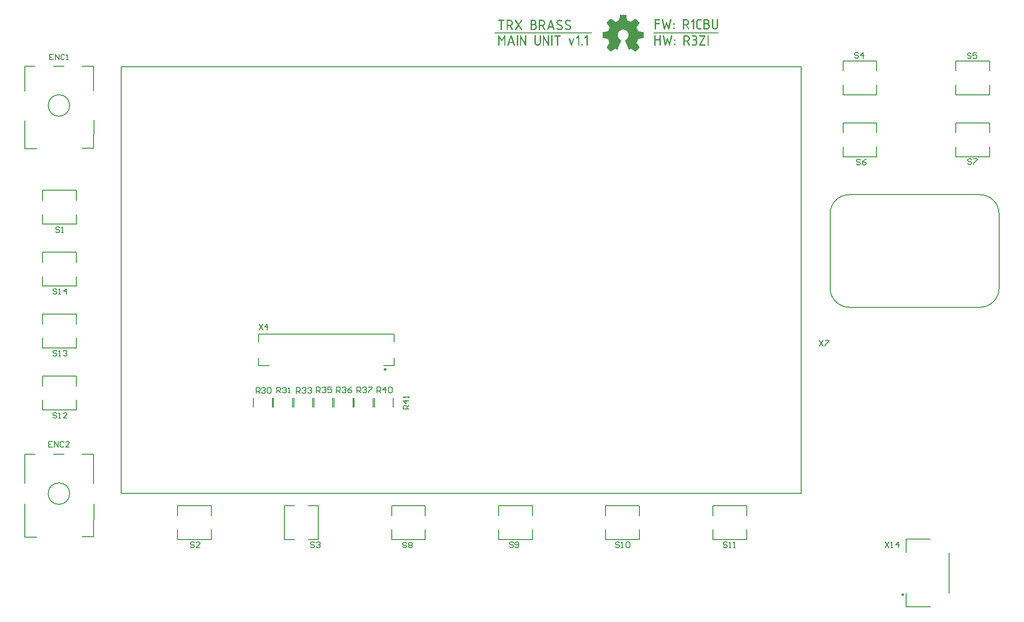
<source format=gto>
G04*
G04 #@! TF.GenerationSoftware,Altium Limited,Altium Designer,24.4.1 (13)*
G04*
G04 Layer_Color=65535*
%FSLAX25Y25*%
%MOIN*%
G70*
G04*
G04 #@! TF.SameCoordinates,9BA34CE2-F453-49C1-9203-2D8BC28E9390*
G04*
G04*
G04 #@! TF.FilePolarity,Positive*
G04*
G01*
G75*
%ADD10C,0.01181*%
%ADD11C,0.00591*%
%ADD12C,0.00787*%
%ADD13C,0.00500*%
%ADD14C,0.00100*%
G36*
X366216Y403805D02*
X366292Y403792D01*
X366382Y403766D01*
X366471Y403703D01*
X366547Y403626D01*
X366598Y403511D01*
X366624Y403358D01*
Y396945D01*
Y396920D01*
X366611Y396869D01*
X366598Y396805D01*
X366560Y396716D01*
X366509Y396626D01*
X366420Y396563D01*
X366305Y396512D01*
X366152Y396486D01*
X366127D01*
X366076Y396499D01*
X365999Y396512D01*
X365923Y396550D01*
X365833Y396601D01*
X365757Y396677D01*
X365706Y396792D01*
X365680Y396945D01*
Y402071D01*
X364444Y399954D01*
X364431Y399941D01*
X364418Y399916D01*
X364380Y399865D01*
X364329Y399827D01*
X364189Y399725D01*
X364112Y399699D01*
X364023Y399686D01*
X363985D01*
X363934Y399699D01*
X363870Y399725D01*
X363806Y399750D01*
X363730Y399801D01*
X363666Y399865D01*
X363589Y399954D01*
X362365Y402071D01*
Y396945D01*
Y396920D01*
X362353Y396869D01*
X362340Y396805D01*
X362302Y396716D01*
X362251Y396626D01*
X362161Y396563D01*
X362047Y396512D01*
X361894Y396486D01*
X361868D01*
X361817Y396499D01*
X361741Y396512D01*
X361664Y396550D01*
X361575Y396601D01*
X361498Y396677D01*
X361447Y396792D01*
X361422Y396945D01*
Y403358D01*
Y403384D01*
X361435Y403435D01*
X361447Y403499D01*
X361486Y403588D01*
X361537Y403677D01*
X361626Y403741D01*
X361741Y403792D01*
X361894Y403817D01*
X361932D01*
X361983Y403805D01*
X362047Y403792D01*
X362110Y403766D01*
X362174Y403715D01*
X362238Y403664D01*
X362302Y403588D01*
X364023Y400910D01*
X365744Y403613D01*
X365757Y403626D01*
X365770Y403652D01*
X365846Y403715D01*
X365897Y403754D01*
X365961Y403792D01*
X366050Y403805D01*
X366139Y403817D01*
X366165D01*
X366216Y403805D01*
D02*
G37*
G36*
X396778Y403805D02*
X396854Y403792D01*
X396943Y403766D01*
X397020Y403703D01*
X397096Y403626D01*
X397147Y403511D01*
X397173Y403358D01*
Y396945D01*
Y396920D01*
X397160Y396869D01*
X397147Y396805D01*
X397109Y396716D01*
X397058Y396626D01*
X396969Y396563D01*
X396854Y396512D01*
X396688Y396486D01*
X396637D01*
X396586Y396499D01*
X396535Y396512D01*
X396459Y396537D01*
X396395Y396588D01*
X396331Y396639D01*
X396268Y396716D01*
X393628Y401867D01*
Y396945D01*
Y396920D01*
X393616Y396869D01*
X393603Y396805D01*
X393565Y396716D01*
X393514Y396626D01*
X393424Y396563D01*
X393310Y396512D01*
X393157Y396486D01*
X393131D01*
X393080Y396499D01*
X393004Y396512D01*
X392927Y396550D01*
X392838Y396601D01*
X392761Y396677D01*
X392710Y396792D01*
X392685Y396945D01*
Y403358D01*
Y403384D01*
X392698Y403435D01*
X392710Y403499D01*
X392749Y403588D01*
X392800Y403677D01*
X392889Y403741D01*
X393004Y403792D01*
X393157Y403817D01*
X393208D01*
X393259Y403805D01*
X393322Y403779D01*
X393386Y403741D01*
X393463Y403677D01*
X393539Y403601D01*
X393603Y403499D01*
X396229Y398437D01*
Y403358D01*
Y403384D01*
X396242Y403435D01*
X396255Y403499D01*
X396293Y403588D01*
X396344Y403677D01*
X396433Y403741D01*
X396548Y403792D01*
X396701Y403817D01*
X396727D01*
X396778Y403805D01*
D02*
G37*
G36*
X380789Y403805D02*
X380866Y403792D01*
X380955Y403766D01*
X381031Y403703D01*
X381108Y403626D01*
X381159Y403511D01*
X381184Y403358D01*
Y396945D01*
Y396920D01*
X381172Y396869D01*
X381159Y396805D01*
X381121Y396716D01*
X381070Y396626D01*
X380980Y396563D01*
X380866Y396512D01*
X380700Y396486D01*
X380649D01*
X380598Y396499D01*
X380547Y396512D01*
X380470Y396537D01*
X380407Y396588D01*
X380343Y396639D01*
X380279Y396716D01*
X377640Y401867D01*
Y396945D01*
Y396920D01*
X377627Y396869D01*
X377614Y396805D01*
X377576Y396716D01*
X377525Y396626D01*
X377436Y396563D01*
X377321Y396512D01*
X377168Y396486D01*
X377143D01*
X377092Y396499D01*
X377015Y396512D01*
X376939Y396550D01*
X376849Y396601D01*
X376773Y396677D01*
X376722Y396792D01*
X376696Y396945D01*
Y403358D01*
Y403384D01*
X376709Y403435D01*
X376722Y403499D01*
X376760Y403588D01*
X376811Y403677D01*
X376900Y403741D01*
X377015Y403792D01*
X377168Y403817D01*
X377219D01*
X377270Y403805D01*
X377334Y403779D01*
X377398Y403741D01*
X377474Y403677D01*
X377551Y403601D01*
X377614Y403499D01*
X380241Y398437D01*
Y403358D01*
Y403384D01*
X380254Y403435D01*
X380266Y403499D01*
X380305Y403588D01*
X380356Y403677D01*
X380445Y403741D01*
X380560Y403792D01*
X380713Y403817D01*
X380738D01*
X380789Y403805D01*
D02*
G37*
G36*
X414245Y401663D02*
X414322Y401650D01*
X414411Y401624D01*
X414487Y401561D01*
X414564Y401484D01*
X414615Y401369D01*
X414640Y401216D01*
Y401204D01*
Y401178D01*
X414628Y401127D01*
X414615Y401063D01*
X413212Y396856D01*
Y396843D01*
X413187Y396805D01*
X413149Y396741D01*
X413110Y396677D01*
X413047Y396601D01*
X412970Y396550D01*
X412868Y396499D01*
X412753Y396486D01*
X412702D01*
X412639Y396512D01*
X412562Y396537D01*
X412486Y396575D01*
X412409Y396639D01*
X412333Y396728D01*
X412282Y396843D01*
X410879Y401063D01*
Y401076D01*
X410866Y401114D01*
X410854Y401165D01*
Y401216D01*
Y401229D01*
Y401255D01*
X410866Y401331D01*
X410917Y401433D01*
X410943Y401484D01*
X410994Y401535D01*
X411007Y401548D01*
X411019Y401561D01*
X411083Y401612D01*
X411198Y401650D01*
X411262Y401675D01*
X411376D01*
X411440Y401663D01*
X411517Y401637D01*
X411580Y401599D01*
X411657Y401535D01*
X411721Y401459D01*
X411772Y401357D01*
X412753Y398195D01*
X413722Y401357D01*
Y401369D01*
X413748Y401408D01*
X413773Y401459D01*
X413812Y401522D01*
X413875Y401573D01*
X413952Y401624D01*
X414054Y401663D01*
X414169Y401675D01*
X414194D01*
X414245Y401663D01*
D02*
G37*
G36*
X390964Y403805D02*
X391040Y403792D01*
X391129Y403766D01*
X391206Y403703D01*
X391282Y403626D01*
X391333Y403511D01*
X391359Y403358D01*
Y398730D01*
Y398717D01*
Y398692D01*
Y398641D01*
X391346Y398577D01*
X391333Y398501D01*
X391321Y398399D01*
X391282Y398182D01*
X391193Y397927D01*
X391078Y397672D01*
X391002Y397532D01*
X390913Y397391D01*
X390811Y397264D01*
X390696Y397136D01*
X390683Y397124D01*
X390670Y397111D01*
X390632Y397073D01*
X390581Y397034D01*
X390517Y396983D01*
X390441Y396932D01*
X390250Y396818D01*
X390020Y396690D01*
X389752Y396588D01*
X389446Y396512D01*
X389281Y396499D01*
X389115Y396486D01*
X389026D01*
X388962Y396499D01*
X388873Y396512D01*
X388783Y396524D01*
X388567Y396563D01*
X388312Y396639D01*
X388044Y396767D01*
X387916Y396830D01*
X387776Y396920D01*
X387649Y397022D01*
X387521Y397136D01*
X387508Y397149D01*
X387496Y397162D01*
X387457Y397200D01*
X387419Y397251D01*
X387368Y397315D01*
X387317Y397391D01*
X387202Y397583D01*
X387075Y397812D01*
X386973Y398093D01*
X386896Y398399D01*
X386884Y398564D01*
X386871Y398730D01*
Y403358D01*
Y403384D01*
X386884Y403435D01*
X386896Y403499D01*
X386935Y403588D01*
X386986Y403677D01*
X387075Y403741D01*
X387190Y403792D01*
X387343Y403817D01*
X387368D01*
X387419Y403805D01*
X387496Y403792D01*
X387585Y403766D01*
X387661Y403703D01*
X387738Y403626D01*
X387789Y403511D01*
X387814Y403358D01*
Y398730D01*
Y398705D01*
Y398641D01*
X387840Y398539D01*
X387865Y398399D01*
X387904Y398258D01*
X387967Y398093D01*
X388057Y397940D01*
X388184Y397787D01*
X388197Y397774D01*
X388248Y397736D01*
X388337Y397672D01*
X388439Y397608D01*
X388579Y397532D01*
X388732Y397481D01*
X388924Y397430D01*
X389115Y397417D01*
X389204D01*
X389306Y397442D01*
X389434Y397468D01*
X389574Y397506D01*
X389727Y397570D01*
X389880Y397659D01*
X390033Y397787D01*
X390046Y397799D01*
X390097Y397850D01*
X390160Y397940D01*
X390224Y398054D01*
X390301Y398182D01*
X390352Y398348D01*
X390403Y398526D01*
X390415Y398730D01*
Y403358D01*
Y403384D01*
X390428Y403435D01*
X390441Y403499D01*
X390479Y403588D01*
X390530Y403677D01*
X390619Y403741D01*
X390734Y403792D01*
X390887Y403817D01*
X390913D01*
X390964Y403805D01*
D02*
G37*
G36*
X423744D02*
X423820Y403792D01*
X423910Y403766D01*
X423986Y403703D01*
X424063Y403626D01*
X424114Y403511D01*
X424139Y403358D01*
Y396945D01*
Y396920D01*
X424126Y396869D01*
X424114Y396805D01*
X424075Y396716D01*
X424024Y396626D01*
X423935Y396563D01*
X423820Y396512D01*
X423667Y396486D01*
X423642D01*
X423591Y396499D01*
X423514Y396512D01*
X423438Y396550D01*
X423349Y396601D01*
X423272Y396677D01*
X423221Y396792D01*
X423196Y396945D01*
Y402377D01*
X422571Y401599D01*
X422545Y401573D01*
X422482Y401535D01*
X422367Y401484D01*
X422303Y401471D01*
X422239Y401459D01*
X422214D01*
X422163Y401471D01*
X422086Y401484D01*
X422010Y401522D01*
X421921Y401573D01*
X421844Y401663D01*
X421793Y401777D01*
X421768Y401930D01*
Y401943D01*
Y401969D01*
X421780Y402045D01*
X421831Y402147D01*
X421857Y402198D01*
X421908Y402249D01*
X423298Y403639D01*
X423310Y403652D01*
X423323Y403664D01*
X423412Y403728D01*
X423527Y403792D01*
X423591Y403805D01*
X423667Y403817D01*
X423693D01*
X423744Y403805D01*
D02*
G37*
G36*
X420136Y397761D02*
X420212Y397748D01*
X420301Y397723D01*
X420378Y397659D01*
X420454Y397583D01*
X420505Y397468D01*
X420531Y397315D01*
Y396958D01*
Y396932D01*
X420518Y396881D01*
X420505Y396805D01*
X420467Y396728D01*
X420416Y396639D01*
X420327Y396563D01*
X420212Y396512D01*
X420059Y396486D01*
X420034D01*
X419983Y396499D01*
X419906Y396512D01*
X419830Y396550D01*
X419740Y396601D01*
X419664Y396690D01*
X419613Y396805D01*
X419587Y396958D01*
Y397315D01*
Y397340D01*
X419600Y397391D01*
X419613Y397455D01*
X419651Y397544D01*
X419702Y397634D01*
X419791Y397697D01*
X419906Y397748D01*
X420059Y397774D01*
X420085D01*
X420136Y397761D01*
D02*
G37*
G36*
X417917Y403805D02*
X417994Y403792D01*
X418083Y403766D01*
X418159Y403703D01*
X418236Y403626D01*
X418287Y403511D01*
X418312Y403358D01*
Y396945D01*
Y396920D01*
X418300Y396869D01*
X418287Y396805D01*
X418249Y396716D01*
X418198Y396626D01*
X418108Y396563D01*
X417994Y396512D01*
X417841Y396486D01*
X417815D01*
X417764Y396499D01*
X417688Y396512D01*
X417611Y396550D01*
X417522Y396601D01*
X417445Y396677D01*
X417394Y396792D01*
X417369Y396945D01*
Y402377D01*
X416744Y401599D01*
X416719Y401573D01*
X416655Y401535D01*
X416540Y401484D01*
X416476Y401471D01*
X416413Y401459D01*
X416387D01*
X416336Y401471D01*
X416260Y401484D01*
X416183Y401522D01*
X416094Y401573D01*
X416017Y401663D01*
X415966Y401777D01*
X415941Y401930D01*
Y401943D01*
Y401969D01*
X415954Y402045D01*
X416005Y402147D01*
X416030Y402198D01*
X416081Y402249D01*
X417471Y403639D01*
X417484Y403652D01*
X417496Y403664D01*
X417586Y403728D01*
X417700Y403792D01*
X417764Y403805D01*
X417841Y403817D01*
X417866D01*
X417917Y403805D01*
D02*
G37*
G36*
X404785D02*
X404861Y403792D01*
X404950Y403766D01*
X405027Y403703D01*
X405103Y403626D01*
X405154Y403511D01*
X405180Y403358D01*
Y403333D01*
X405167Y403282D01*
X405154Y403205D01*
X405116Y403129D01*
X405065Y403040D01*
X404976Y402963D01*
X404861Y402912D01*
X404708Y402887D01*
X403408D01*
Y396945D01*
Y396920D01*
X403395Y396869D01*
X403382Y396805D01*
X403344Y396716D01*
X403293Y396626D01*
X403204Y396563D01*
X403089Y396512D01*
X402936Y396486D01*
X402910D01*
X402859Y396499D01*
X402783Y396512D01*
X402706Y396550D01*
X402617Y396601D01*
X402541Y396677D01*
X402490Y396792D01*
X402464Y396945D01*
Y402887D01*
X401125D01*
X401074Y402899D01*
X400998Y402912D01*
X400921Y402950D01*
X400832Y403001D01*
X400756Y403091D01*
X400705Y403205D01*
X400679Y403358D01*
Y403384D01*
X400692Y403435D01*
X400705Y403499D01*
X400743Y403588D01*
X400794Y403677D01*
X400883Y403741D01*
X400998Y403792D01*
X401151Y403817D01*
X404734D01*
X404785Y403805D01*
D02*
G37*
G36*
X399047D02*
X399124Y403792D01*
X399213Y403766D01*
X399289Y403703D01*
X399366Y403626D01*
X399417Y403511D01*
X399442Y403358D01*
Y396945D01*
Y396920D01*
X399430Y396869D01*
X399417Y396805D01*
X399379Y396716D01*
X399328Y396626D01*
X399238Y396563D01*
X399124Y396512D01*
X398971Y396486D01*
X398945D01*
X398894Y396499D01*
X398818Y396512D01*
X398741Y396550D01*
X398652Y396601D01*
X398575Y396677D01*
X398524Y396792D01*
X398499Y396945D01*
Y403358D01*
Y403384D01*
X398512Y403435D01*
X398524Y403499D01*
X398563Y403588D01*
X398614Y403677D01*
X398703Y403741D01*
X398818Y403792D01*
X398971Y403817D01*
X398996D01*
X399047Y403805D01*
D02*
G37*
G36*
X375052Y403805D02*
X375128Y403792D01*
X375217Y403766D01*
X375294Y403703D01*
X375370Y403626D01*
X375421Y403511D01*
X375447Y403358D01*
Y396945D01*
Y396920D01*
X375434Y396869D01*
X375421Y396805D01*
X375383Y396716D01*
X375332Y396626D01*
X375243Y396563D01*
X375128Y396512D01*
X374975Y396486D01*
X374950D01*
X374899Y396499D01*
X374822Y396512D01*
X374746Y396550D01*
X374656Y396601D01*
X374580Y396677D01*
X374529Y396792D01*
X374503Y396945D01*
Y403358D01*
Y403384D01*
X374516Y403435D01*
X374529Y403499D01*
X374567Y403588D01*
X374618Y403677D01*
X374707Y403741D01*
X374822Y403792D01*
X374975Y403817D01*
X375001D01*
X375052Y403805D01*
D02*
G37*
G36*
X370666D02*
X370742Y403779D01*
X370819Y403728D01*
X370895Y403664D01*
X370959Y403575D01*
X371010Y403460D01*
X373139Y397098D01*
Y397085D01*
X373152Y397047D01*
X373165Y396996D01*
Y396945D01*
Y396920D01*
X373152Y396869D01*
X373139Y396805D01*
X373101Y396716D01*
X373050Y396626D01*
X372961Y396563D01*
X372846Y396512D01*
X372693Y396486D01*
X372642D01*
X372578Y396499D01*
X372502Y396524D01*
X372425Y396563D01*
X372349Y396626D01*
X372285Y396703D01*
X372234Y396805D01*
X371749Y398258D01*
X369352D01*
X368868Y396805D01*
Y396792D01*
X368842Y396754D01*
X368817Y396703D01*
X368779Y396652D01*
X368715Y396588D01*
X368638Y396537D01*
X368536Y396499D01*
X368422Y396486D01*
X368396D01*
X368345Y396499D01*
X368269Y396512D01*
X368192Y396550D01*
X368103Y396601D01*
X368026Y396677D01*
X367975Y396792D01*
X367950Y396945D01*
Y396958D01*
Y396996D01*
X367975Y397098D01*
X370092Y403460D01*
Y403473D01*
X370117Y403511D01*
X370143Y403575D01*
X370194Y403639D01*
X370258Y403703D01*
X370334Y403766D01*
X370436Y403805D01*
X370551Y403817D01*
X370602D01*
X370666Y403805D01*
D02*
G37*
G36*
X410251Y414631D02*
X410378Y414619D01*
X410519Y414606D01*
X410659Y414593D01*
X410978Y414542D01*
X411309Y414478D01*
X411615Y414376D01*
X411768Y414313D01*
X411896Y414236D01*
X411908Y414223D01*
X411934Y414211D01*
X411985Y414172D01*
X412036Y414121D01*
X412125Y413994D01*
X412150Y413917D01*
X412163Y413828D01*
Y413815D01*
Y413790D01*
X412150Y413752D01*
Y413713D01*
X412100Y413599D01*
X412074Y413535D01*
X412023Y413484D01*
X411998Y413458D01*
X411934Y413420D01*
X411832Y413382D01*
X411704Y413356D01*
X411641D01*
X411577Y413369D01*
X411500Y413395D01*
X411487D01*
X411462Y413407D01*
X411424Y413420D01*
X411360Y413446D01*
X411296Y413471D01*
X411207Y413497D01*
X411003Y413560D01*
X410774Y413611D01*
X410506Y413662D01*
X410225Y413701D01*
X409932Y413713D01*
X409868D01*
X409792Y413701D01*
X409702Y413675D01*
X409588Y413650D01*
X409486Y413599D01*
X409371Y413522D01*
X409256Y413433D01*
X409243Y413420D01*
X409218Y413382D01*
X409167Y413318D01*
X409129Y413242D01*
X409078Y413140D01*
X409027Y413025D01*
X409001Y412897D01*
X408989Y412757D01*
Y412744D01*
Y412732D01*
X409001Y412655D01*
X409014Y412553D01*
X409052Y412426D01*
X409116Y412285D01*
X409205Y412145D01*
X409333Y412005D01*
X409499Y411890D01*
X411487Y410870D01*
X411500D01*
X411539Y410845D01*
X411589Y410819D01*
X411653Y410768D01*
X411730Y410717D01*
X411819Y410641D01*
X411908Y410551D01*
X412010Y410462D01*
X412112Y410347D01*
X412201Y410233D01*
X412291Y410092D01*
X412367Y409939D01*
X412431Y409774D01*
X412495Y409595D01*
X412520Y409404D01*
X412533Y409200D01*
Y409187D01*
Y409162D01*
Y409123D01*
X412520Y409072D01*
X412507Y408919D01*
X412469Y408741D01*
X412393Y408537D01*
X412291Y408307D01*
X412163Y408078D01*
X412074Y407963D01*
X411972Y407861D01*
X411946Y407836D01*
X411870Y407772D01*
X411755Y407683D01*
X411589Y407593D01*
X411398Y407491D01*
X411169Y407402D01*
X410914Y407338D01*
X410774Y407326D01*
X410633Y407313D01*
X410506D01*
X410404Y407326D01*
X410289Y407338D01*
X410149Y407351D01*
X409996Y407377D01*
X409830Y407415D01*
X409460Y407504D01*
X409256Y407568D01*
X409052Y407644D01*
X408848Y407734D01*
X408644Y407848D01*
X408440Y407963D01*
X408236Y408103D01*
X408223Y408116D01*
X408211Y408129D01*
X408147Y408205D01*
X408071Y408333D01*
X408058Y408409D01*
X408045Y408486D01*
Y408499D01*
Y408524D01*
X408058Y408601D01*
X408096Y408703D01*
X408173Y408805D01*
X408185Y408817D01*
X408198Y408830D01*
X408262Y408881D01*
X408377Y408919D01*
X408440Y408945D01*
X408530D01*
X408580Y408932D01*
X408670Y408919D01*
X408772Y408868D01*
X408784Y408856D01*
X408836Y408830D01*
X408899Y408792D01*
X409014Y408741D01*
X409141Y408664D01*
X409307Y408575D01*
X409511Y408486D01*
X409741Y408371D01*
X409754D01*
X409804Y408346D01*
X409894Y408333D01*
X409996Y408307D01*
X410136Y408282D01*
X410289Y408269D01*
X410455Y408244D01*
X410697D01*
X410774Y408256D01*
X410863Y408282D01*
X410978Y408307D01*
X411080Y408358D01*
X411194Y408435D01*
X411309Y408524D01*
X411322Y408537D01*
X411347Y408575D01*
X411398Y408639D01*
X411449Y408715D01*
X411500Y408817D01*
X411551Y408932D01*
X411577Y409060D01*
X411589Y409200D01*
Y409213D01*
Y409225D01*
X411577Y409302D01*
X411564Y409404D01*
X411526Y409531D01*
X411462Y409672D01*
X411360Y409812D01*
X411233Y409939D01*
X411054Y410054D01*
X409065Y411074D01*
X409052Y411087D01*
X409027Y411100D01*
X408976Y411138D01*
X408912Y411176D01*
X408823Y411240D01*
X408746Y411304D01*
X408644Y411393D01*
X408555Y411482D01*
X408466Y411597D01*
X408364Y411724D01*
X408287Y411865D01*
X408211Y412005D01*
X408134Y412171D01*
X408083Y412362D01*
X408058Y412553D01*
X408045Y412757D01*
Y412770D01*
Y412795D01*
Y412834D01*
X408058Y412885D01*
X408071Y413038D01*
X408109Y413216D01*
X408185Y413420D01*
X408275Y413650D01*
X408415Y413866D01*
X408491Y413981D01*
X408593Y414083D01*
X408606Y414096D01*
X408619Y414109D01*
X408695Y414172D01*
X408810Y414262D01*
X408963Y414364D01*
X409167Y414466D01*
X409384Y414555D01*
X409652Y414619D01*
X409792Y414644D01*
X410149D01*
X410251Y414631D01*
D02*
G37*
G36*
X404437D02*
X404564Y414619D01*
X404705Y414606D01*
X404845Y414593D01*
X405163Y414542D01*
X405495Y414478D01*
X405801Y414376D01*
X405954Y414313D01*
X406081Y414236D01*
X406094Y414223D01*
X406120Y414211D01*
X406171Y414172D01*
X406222Y414121D01*
X406311Y413994D01*
X406336Y413917D01*
X406349Y413828D01*
Y413815D01*
Y413790D01*
X406336Y413752D01*
Y413713D01*
X406285Y413599D01*
X406260Y413535D01*
X406209Y413484D01*
X406183Y413458D01*
X406120Y413420D01*
X406018Y413382D01*
X405890Y413356D01*
X405827D01*
X405763Y413369D01*
X405686Y413395D01*
X405674D01*
X405648Y413407D01*
X405610Y413420D01*
X405546Y413446D01*
X405482Y413471D01*
X405393Y413497D01*
X405189Y413560D01*
X404959Y413611D01*
X404692Y413662D01*
X404411Y413701D01*
X404118Y413713D01*
X404054D01*
X403978Y413701D01*
X403889Y413675D01*
X403774Y413650D01*
X403672Y413599D01*
X403557Y413522D01*
X403442Y413433D01*
X403430Y413420D01*
X403404Y413382D01*
X403353Y413318D01*
X403315Y413242D01*
X403264Y413140D01*
X403213Y413025D01*
X403187Y412897D01*
X403174Y412757D01*
Y412744D01*
Y412732D01*
X403187Y412655D01*
X403200Y412553D01*
X403238Y412426D01*
X403302Y412285D01*
X403391Y412145D01*
X403519Y412005D01*
X403685Y411890D01*
X405674Y410870D01*
X405686D01*
X405724Y410845D01*
X405775Y410819D01*
X405839Y410768D01*
X405916Y410717D01*
X406005Y410641D01*
X406094Y410551D01*
X406196Y410462D01*
X406298Y410347D01*
X406388Y410233D01*
X406477Y410092D01*
X406553Y409939D01*
X406617Y409774D01*
X406681Y409595D01*
X406706Y409404D01*
X406719Y409200D01*
Y409187D01*
Y409162D01*
Y409123D01*
X406706Y409072D01*
X406694Y408919D01*
X406655Y408741D01*
X406579Y408537D01*
X406477Y408307D01*
X406349Y408078D01*
X406260Y407963D01*
X406158Y407861D01*
X406133Y407836D01*
X406056Y407772D01*
X405941Y407683D01*
X405775Y407593D01*
X405584Y407491D01*
X405355Y407402D01*
X405100Y407338D01*
X404959Y407326D01*
X404819Y407313D01*
X404692D01*
X404590Y407326D01*
X404475Y407338D01*
X404335Y407351D01*
X404182Y407377D01*
X404016Y407415D01*
X403646Y407504D01*
X403442Y407568D01*
X403238Y407644D01*
X403034Y407734D01*
X402830Y407848D01*
X402626Y407963D01*
X402422Y408103D01*
X402410Y408116D01*
X402397Y408129D01*
X402333Y408205D01*
X402256Y408333D01*
X402244Y408409D01*
X402231Y408486D01*
Y408499D01*
Y408524D01*
X402244Y408601D01*
X402282Y408703D01*
X402358Y408805D01*
X402371Y408817D01*
X402384Y408830D01*
X402448Y408881D01*
X402563Y408919D01*
X402626Y408945D01*
X402715D01*
X402767Y408932D01*
X402856Y408919D01*
X402958Y408868D01*
X402971Y408856D01*
X403021Y408830D01*
X403085Y408792D01*
X403200Y408741D01*
X403328Y408664D01*
X403493Y408575D01*
X403697Y408486D01*
X403927Y408371D01*
X403939D01*
X403991Y408346D01*
X404080Y408333D01*
X404182Y408307D01*
X404322Y408282D01*
X404475Y408269D01*
X404641Y408244D01*
X404883D01*
X404959Y408256D01*
X405049Y408282D01*
X405163Y408307D01*
X405266Y408358D01*
X405380Y408435D01*
X405495Y408524D01*
X405508Y408537D01*
X405533Y408575D01*
X405584Y408639D01*
X405635Y408715D01*
X405686Y408817D01*
X405737Y408932D01*
X405763Y409060D01*
X405775Y409200D01*
Y409213D01*
Y409225D01*
X405763Y409302D01*
X405750Y409404D01*
X405712Y409531D01*
X405648Y409672D01*
X405546Y409812D01*
X405418Y409939D01*
X405240Y410054D01*
X403251Y411074D01*
X403238Y411087D01*
X403213Y411100D01*
X403162Y411138D01*
X403098Y411176D01*
X403009Y411240D01*
X402932Y411304D01*
X402830Y411393D01*
X402741Y411482D01*
X402652Y411597D01*
X402550Y411724D01*
X402473Y411865D01*
X402397Y412005D01*
X402320Y412171D01*
X402269Y412362D01*
X402244Y412553D01*
X402231Y412757D01*
Y412770D01*
Y412795D01*
Y412834D01*
X402244Y412885D01*
X402256Y413038D01*
X402295Y413216D01*
X402371Y413420D01*
X402460Y413650D01*
X402601Y413866D01*
X402677Y413981D01*
X402779Y414083D01*
X402792Y414096D01*
X402805Y414109D01*
X402881Y414172D01*
X402996Y414262D01*
X403149Y414364D01*
X403353Y414466D01*
X403570Y414555D01*
X403837Y414619D01*
X403978Y414644D01*
X404335D01*
X404437Y414631D01*
D02*
G37*
G36*
X377968Y414631D02*
X378044Y414619D01*
X378134Y414593D01*
X378210Y414529D01*
X378287Y414453D01*
X378338Y414338D01*
X378363Y414185D01*
Y414160D01*
X378350Y414096D01*
X378312Y413994D01*
X378236Y413866D01*
X376297Y410972D01*
X378274Y408027D01*
X378287Y408001D01*
X378325Y407950D01*
X378350Y407874D01*
X378363Y407772D01*
Y407746D01*
X378350Y407695D01*
X378338Y407632D01*
X378299Y407542D01*
X378248Y407453D01*
X378159Y407389D01*
X378044Y407338D01*
X377891Y407313D01*
X377853D01*
X377802Y407326D01*
X377738Y407338D01*
X377675Y407364D01*
X377611Y407402D01*
X377547Y407453D01*
X377496Y407517D01*
X375749Y410220D01*
X374015Y407517D01*
Y407504D01*
X373990Y407491D01*
X373913Y407415D01*
X373786Y407351D01*
X373709Y407326D01*
X373620Y407313D01*
X373594D01*
X373544Y407326D01*
X373467Y407338D01*
X373391Y407377D01*
X373301Y407428D01*
X373225Y407504D01*
X373174Y407619D01*
X373148Y407772D01*
Y407785D01*
Y407797D01*
X373161Y407861D01*
X373199Y407963D01*
X373263Y408091D01*
X375214Y410972D01*
X373225Y413917D01*
X373212Y413943D01*
X373186Y413994D01*
X373161Y414083D01*
X373148Y414185D01*
Y414211D01*
X373161Y414262D01*
X373174Y414325D01*
X373212Y414415D01*
X373263Y414504D01*
X373352Y414568D01*
X373467Y414619D01*
X373620Y414644D01*
X373658D01*
X373709Y414631D01*
X373760Y414619D01*
X373824Y414593D01*
X373901Y414555D01*
X373964Y414504D01*
X374015Y414440D01*
X375749Y411737D01*
X377496Y414440D01*
X377509Y414453D01*
X377521Y414478D01*
X377598Y414542D01*
X377649Y414580D01*
X377713Y414619D01*
X377802Y414631D01*
X377891Y414644D01*
X377917D01*
X377968Y414631D01*
D02*
G37*
G36*
X398393Y414631D02*
X398470Y414606D01*
X398546Y414555D01*
X398623Y414491D01*
X398687Y414402D01*
X398738Y414287D01*
X400867Y407925D01*
Y407912D01*
X400879Y407874D01*
X400892Y407823D01*
Y407772D01*
Y407746D01*
X400879Y407695D01*
X400867Y407632D01*
X400829Y407542D01*
X400777Y407453D01*
X400688Y407389D01*
X400573Y407338D01*
X400421Y407313D01*
X400370D01*
X400306Y407326D01*
X400229Y407351D01*
X400153Y407389D01*
X400076Y407453D01*
X400012Y407530D01*
X399961Y407632D01*
X399477Y409085D01*
X397080D01*
X396596Y407632D01*
Y407619D01*
X396570Y407581D01*
X396545Y407530D01*
X396506Y407479D01*
X396443Y407415D01*
X396366Y407364D01*
X396264Y407326D01*
X396149Y407313D01*
X396124D01*
X396073Y407326D01*
X395996Y407338D01*
X395920Y407377D01*
X395830Y407428D01*
X395754Y407504D01*
X395703Y407619D01*
X395677Y407772D01*
Y407785D01*
Y407823D01*
X395703Y407925D01*
X397819Y414287D01*
Y414300D01*
X397845Y414338D01*
X397870Y414402D01*
X397921Y414466D01*
X397985Y414529D01*
X398062Y414593D01*
X398164Y414631D01*
X398278Y414644D01*
X398329D01*
X398393Y414631D01*
D02*
G37*
G36*
X392273D02*
X392362Y414619D01*
X392452Y414606D01*
X392669Y414568D01*
X392911Y414478D01*
X393179Y414364D01*
X393319Y414287D01*
X393446Y414198D01*
X393574Y414096D01*
X393701Y413981D01*
X393714Y413968D01*
X393727Y413956D01*
X393765Y413917D01*
X393803Y413866D01*
X393854Y413803D01*
X393905Y413726D01*
X394033Y413535D01*
X394160Y413305D01*
X394262Y413038D01*
X394339Y412732D01*
X394352Y412566D01*
X394364Y412400D01*
Y412387D01*
Y412336D01*
X394352Y412260D01*
X394339Y412158D01*
X394326Y412030D01*
X394301Y411890D01*
X394262Y411737D01*
X394198Y411571D01*
X394135Y411393D01*
X394045Y411227D01*
X393944Y411049D01*
X393816Y410883D01*
X393676Y410730D01*
X393497Y410590D01*
X393306Y410462D01*
X393076Y410360D01*
X394301Y407989D01*
X394313Y407976D01*
X394339Y407925D01*
X394352Y407848D01*
X394364Y407772D01*
Y407759D01*
Y407746D01*
X394352Y407670D01*
X394301Y407568D01*
X394262Y407504D01*
X394211Y407453D01*
X394186Y407428D01*
X394122Y407389D01*
X394020Y407338D01*
X393956Y407326D01*
X393893Y407313D01*
X393842D01*
X393791Y407326D01*
X393727Y407338D01*
X393663Y407364D01*
X393599Y407402D01*
X393535Y407453D01*
X393497Y407517D01*
X392171Y410156D01*
X390820D01*
Y407772D01*
Y407746D01*
X390807Y407695D01*
X390794Y407632D01*
X390756Y407542D01*
X390705Y407453D01*
X390616Y407389D01*
X390501Y407338D01*
X390348Y407313D01*
X390322D01*
X390271Y407326D01*
X390195Y407338D01*
X390119Y407377D01*
X390029Y407428D01*
X389953Y407504D01*
X389902Y407619D01*
X389876Y407772D01*
Y414185D01*
Y414211D01*
X389889Y414262D01*
X389902Y414325D01*
X389940Y414415D01*
X389991Y414504D01*
X390068Y414568D01*
X390182Y414619D01*
X390335Y414644D01*
X392210D01*
X392273Y414631D01*
D02*
G37*
G36*
X386446Y414631D02*
X386587Y414619D01*
X386778Y414580D01*
X386995Y414517D01*
X387211Y414415D01*
X387441Y414274D01*
X387556Y414198D01*
X387658Y414096D01*
X387670D01*
X387683Y414070D01*
X387747Y413994D01*
X387836Y413879D01*
X387938Y413726D01*
X388028Y413535D01*
X388117Y413305D01*
X388180Y413038D01*
X388206Y412897D01*
Y412757D01*
Y412744D01*
Y412719D01*
Y412668D01*
X388193Y412604D01*
X388180Y412528D01*
X388168Y412451D01*
X388129Y412247D01*
X388040Y412018D01*
X387926Y411801D01*
X387849Y411686D01*
X387760Y411571D01*
X387658Y411469D01*
X387543Y411380D01*
X387556D01*
X387581Y411355D01*
X387632Y411316D01*
X387709Y411278D01*
X387785Y411214D01*
X387862Y411138D01*
X387964Y411049D01*
X388053Y410947D01*
X388142Y410819D01*
X388244Y410692D01*
X388321Y410539D01*
X388410Y410373D01*
X388474Y410194D01*
X388525Y410003D01*
X388550Y409786D01*
X388563Y409557D01*
Y409544D01*
Y409519D01*
Y409468D01*
X388550Y409404D01*
X388538Y409327D01*
X388525Y409225D01*
X388487Y409009D01*
X388397Y408754D01*
X388282Y408499D01*
X388206Y408358D01*
X388117Y408218D01*
X388015Y408091D01*
X387900Y407963D01*
X387887Y407950D01*
X387875Y407938D01*
X387836Y407899D01*
X387785Y407861D01*
X387721Y407810D01*
X387645Y407759D01*
X387454Y407644D01*
X387224Y407517D01*
X386944Y407415D01*
X386638Y407338D01*
X386472Y407326D01*
X386306Y407313D01*
X384496D01*
X384445Y407326D01*
X384381Y407338D01*
X384292Y407377D01*
X384203Y407428D01*
X384139Y407504D01*
X384088Y407619D01*
X384062Y407772D01*
Y414185D01*
Y414211D01*
X384075Y414262D01*
X384088Y414325D01*
X384126Y414415D01*
X384177Y414504D01*
X384254Y414568D01*
X384368Y414619D01*
X384521Y414644D01*
X386383D01*
X386446Y414631D01*
D02*
G37*
G36*
X369744D02*
X369833Y414619D01*
X369922Y414606D01*
X370139Y414568D01*
X370381Y414478D01*
X370649Y414364D01*
X370790Y414287D01*
X370917Y414198D01*
X371044Y414096D01*
X371172Y413981D01*
X371185Y413968D01*
X371198Y413956D01*
X371236Y413917D01*
X371274Y413866D01*
X371325Y413803D01*
X371376Y413726D01*
X371503Y413535D01*
X371631Y413305D01*
X371733Y413038D01*
X371810Y412732D01*
X371822Y412566D01*
X371835Y412400D01*
Y412387D01*
Y412336D01*
X371822Y412260D01*
X371810Y412158D01*
X371797Y412030D01*
X371771Y411890D01*
X371733Y411737D01*
X371669Y411571D01*
X371605Y411393D01*
X371516Y411227D01*
X371414Y411049D01*
X371287Y410883D01*
X371146Y410730D01*
X370968Y410590D01*
X370777Y410462D01*
X370547Y410360D01*
X371771Y407989D01*
X371784Y407976D01*
X371810Y407925D01*
X371822Y407848D01*
X371835Y407772D01*
Y407759D01*
Y407746D01*
X371822Y407670D01*
X371771Y407568D01*
X371733Y407504D01*
X371682Y407453D01*
X371656Y407428D01*
X371593Y407389D01*
X371491Y407338D01*
X371427Y407326D01*
X371363Y407313D01*
X371312D01*
X371261Y407326D01*
X371198Y407338D01*
X371134Y407364D01*
X371070Y407402D01*
X371006Y407453D01*
X370968Y407517D01*
X369642Y410156D01*
X368290D01*
Y407772D01*
Y407746D01*
X368278Y407695D01*
X368265Y407632D01*
X368227Y407542D01*
X368176Y407453D01*
X368087Y407389D01*
X367972Y407338D01*
X367819Y407313D01*
X367793D01*
X367742Y407326D01*
X367666Y407338D01*
X367589Y407377D01*
X367500Y407428D01*
X367424Y407504D01*
X367372Y407619D01*
X367347Y407772D01*
Y414185D01*
Y414211D01*
X367360Y414262D01*
X367372Y414325D01*
X367411Y414415D01*
X367462Y414504D01*
X367538Y414568D01*
X367653Y414619D01*
X367806Y414644D01*
X369680D01*
X369744Y414631D01*
D02*
G37*
G36*
X365626D02*
X365702Y414619D01*
X365792Y414593D01*
X365868Y414529D01*
X365945Y414453D01*
X365996Y414338D01*
X366021Y414185D01*
Y414160D01*
X366008Y414109D01*
X365996Y414032D01*
X365957Y413956D01*
X365906Y413866D01*
X365817Y413790D01*
X365702Y413739D01*
X365549Y413713D01*
X364249D01*
Y407772D01*
Y407746D01*
X364236Y407695D01*
X364223Y407632D01*
X364185Y407542D01*
X364134Y407453D01*
X364045Y407389D01*
X363930Y407338D01*
X363777Y407313D01*
X363752D01*
X363701Y407326D01*
X363624Y407338D01*
X363547Y407377D01*
X363458Y407428D01*
X363382Y407504D01*
X363331Y407619D01*
X363305Y407772D01*
Y413713D01*
X361966D01*
X361915Y413726D01*
X361839Y413739D01*
X361762Y413777D01*
X361673Y413828D01*
X361597Y413917D01*
X361546Y414032D01*
X361520Y414185D01*
Y414211D01*
X361533Y414262D01*
X361546Y414325D01*
X361584Y414415D01*
X361635Y414504D01*
X361724Y414568D01*
X361839Y414619D01*
X361992Y414644D01*
X365575D01*
X365626Y414631D01*
D02*
G37*
G36*
X474708Y403793D02*
X474784Y403781D01*
X474873Y403755D01*
X474950Y403691D01*
X475026Y403615D01*
X475077Y403500D01*
X475103Y403347D01*
Y396934D01*
Y396908D01*
X475090Y396857D01*
X475077Y396794D01*
X475039Y396704D01*
X474988Y396615D01*
X474899Y396551D01*
X474784Y396500D01*
X474631Y396475D01*
X474606D01*
X474555Y396488D01*
X474478Y396500D01*
X474402Y396539D01*
X474312Y396590D01*
X474236Y396666D01*
X474185Y396781D01*
X474159Y396934D01*
Y400032D01*
X471558D01*
Y396934D01*
Y396908D01*
X471546Y396857D01*
X471533Y396794D01*
X471494Y396704D01*
X471444Y396615D01*
X471354Y396551D01*
X471240Y396500D01*
X471087Y396475D01*
X471061D01*
X471010Y396488D01*
X470934Y396500D01*
X470857Y396539D01*
X470768Y396590D01*
X470691Y396666D01*
X470640Y396781D01*
X470615Y396934D01*
Y403347D01*
Y403373D01*
X470627Y403424D01*
X470640Y403487D01*
X470679Y403577D01*
X470730Y403666D01*
X470819Y403730D01*
X470934Y403781D01*
X471087Y403806D01*
X471112D01*
X471163Y403793D01*
X471240Y403781D01*
X471329Y403755D01*
X471405Y403691D01*
X471482Y403615D01*
X471533Y403500D01*
X471558Y403347D01*
Y400963D01*
X474159D01*
Y403347D01*
Y403373D01*
X474172Y403424D01*
X474185Y403487D01*
X474223Y403577D01*
X474274Y403666D01*
X474363Y403730D01*
X474478Y403781D01*
X474631Y403806D01*
X474656D01*
X474708Y403793D01*
D02*
G37*
G36*
X484959Y400950D02*
X485035Y400937D01*
X485124Y400912D01*
X485201Y400848D01*
X485277Y400772D01*
X485328Y400657D01*
X485354Y400504D01*
Y400147D01*
Y400121D01*
X485341Y400070D01*
X485328Y399994D01*
X485290Y399917D01*
X485239Y399828D01*
X485150Y399752D01*
X485035Y399701D01*
X484882Y399675D01*
X484857D01*
X484806Y399688D01*
X484729Y399701D01*
X484653Y399739D01*
X484563Y399790D01*
X484487Y399879D01*
X484436Y399994D01*
X484410Y400147D01*
Y400504D01*
Y400529D01*
X484423Y400580D01*
X484436Y400644D01*
X484474Y400733D01*
X484525Y400823D01*
X484614Y400886D01*
X484729Y400937D01*
X484882Y400963D01*
X484907D01*
X484959Y400950D01*
D02*
G37*
G36*
X482651Y403793D02*
X482727Y403781D01*
X482817Y403755D01*
X482893Y403691D01*
X482970Y403615D01*
X483021Y403500D01*
X483046Y403347D01*
Y403334D01*
Y403309D01*
X483033Y403232D01*
X481618Y396857D01*
Y396845D01*
X481593Y396794D01*
X481567Y396743D01*
X481529Y396666D01*
X481465Y396602D01*
X481389Y396539D01*
X481286Y396488D01*
X481159Y396475D01*
X481146D01*
X481108Y396488D01*
X481044Y396500D01*
X480968Y396526D01*
X480891Y396564D01*
X480815Y396641D01*
X480738Y396730D01*
X480687Y396857D01*
X479731Y399968D01*
X478775Y396857D01*
Y396845D01*
X478749Y396794D01*
X478711Y396743D01*
X478673Y396666D01*
X478609Y396602D01*
X478533Y396539D01*
X478431Y396488D01*
X478316Y396475D01*
X478252D01*
X478188Y396488D01*
X478112Y396513D01*
X478035Y396551D01*
X477959Y396615D01*
X477895Y396692D01*
X477857Y396794D01*
X476429Y403232D01*
Y403245D01*
Y403271D01*
X476416Y403347D01*
Y403373D01*
X476429Y403424D01*
X476442Y403487D01*
X476480Y403577D01*
X476531Y403666D01*
X476620Y403730D01*
X476735Y403781D01*
X476888Y403806D01*
X476952D01*
X477015Y403793D01*
X477092Y403768D01*
X477168Y403730D01*
X477245Y403666D01*
X477309Y403589D01*
X477347Y403487D01*
X478405Y398375D01*
X479272Y401294D01*
X479285Y401307D01*
X479297Y401358D01*
X479336Y401409D01*
X479374Y401486D01*
X479438Y401549D01*
X479514Y401613D01*
X479616Y401651D01*
X479731Y401664D01*
X479782D01*
X479846Y401651D01*
X479910Y401626D01*
X479986Y401600D01*
X480063Y401549D01*
X480126Y401473D01*
X480164Y401384D01*
X481057Y398387D01*
X482115Y403436D01*
Y403449D01*
X482128Y403500D01*
X482166Y403551D01*
X482205Y403628D01*
X482256Y403691D01*
X482345Y403755D01*
X482447Y403793D01*
X482574Y403806D01*
X482600D01*
X482651Y403793D01*
D02*
G37*
G36*
X484959Y398094D02*
X485035Y398081D01*
X485124Y398056D01*
X485201Y397992D01*
X485277Y397916D01*
X485328Y397801D01*
X485354Y397648D01*
Y397291D01*
Y397265D01*
X485341Y397214D01*
X485328Y397151D01*
X485290Y397061D01*
X485239Y396972D01*
X485150Y396908D01*
X485035Y396857D01*
X484882Y396832D01*
X484857D01*
X484806Y396845D01*
X484729Y396857D01*
X484653Y396896D01*
X484563Y396947D01*
X484487Y397023D01*
X484436Y397138D01*
X484410Y397291D01*
Y397648D01*
Y397673D01*
X484423Y397724D01*
X484436Y397788D01*
X484474Y397877D01*
X484525Y397967D01*
X484614Y398030D01*
X484729Y398081D01*
X484882Y398107D01*
X484907D01*
X484959Y398094D01*
D02*
G37*
G36*
X508227Y403793D02*
X508304Y403781D01*
X508393Y403755D01*
X508469Y403691D01*
X508546Y403615D01*
X508597Y403500D01*
X508623Y403347D01*
Y396934D01*
Y396908D01*
X508610Y396857D01*
X508597Y396794D01*
X508559Y396704D01*
X508508Y396615D01*
X508419Y396551D01*
X508304Y396500D01*
X508151Y396475D01*
X508125D01*
X508074Y396488D01*
X507998Y396500D01*
X507921Y396539D01*
X507832Y396590D01*
X507756Y396666D01*
X507705Y396781D01*
X507679Y396934D01*
Y403347D01*
Y403373D01*
X507692Y403424D01*
X507705Y403487D01*
X507743Y403577D01*
X507794Y403666D01*
X507883Y403730D01*
X507998Y403781D01*
X508151Y403806D01*
X508176D01*
X508227Y403793D01*
D02*
G37*
G36*
X505958D02*
X506034Y403781D01*
X506123Y403755D01*
X506200Y403691D01*
X506277Y403615D01*
X506327Y403500D01*
X506353Y403347D01*
Y403322D01*
X506340Y403271D01*
X506315Y403181D01*
X506264Y403067D01*
X503051Y397406D01*
X505907D01*
X505958Y397393D01*
X506034Y397380D01*
X506123Y397355D01*
X506200Y397291D01*
X506277Y397214D01*
X506327Y397100D01*
X506353Y396947D01*
Y396921D01*
X506340Y396870D01*
X506327Y396794D01*
X506289Y396717D01*
X506238Y396628D01*
X506149Y396551D01*
X506034Y396500D01*
X505881Y396475D01*
X502298D01*
X502247Y396488D01*
X502171Y396500D01*
X502095Y396539D01*
X502005Y396590D01*
X501929Y396666D01*
X501878Y396781D01*
X501852Y396934D01*
Y396959D01*
X501865Y397010D01*
X501891Y397100D01*
X501942Y397202D01*
X505167Y402875D01*
X502298D01*
X502247Y402888D01*
X502171Y402901D01*
X502095Y402939D01*
X502005Y402990D01*
X501929Y403079D01*
X501878Y403194D01*
X501852Y403347D01*
Y403373D01*
X501865Y403424D01*
X501878Y403487D01*
X501916Y403577D01*
X501967Y403666D01*
X502056Y403730D01*
X502171Y403781D01*
X502324Y403806D01*
X505907D01*
X505958Y403793D01*
D02*
G37*
G36*
X498792Y403793D02*
X498945Y403781D01*
X499124Y403742D01*
X499340Y403666D01*
X499557Y403564D01*
X499787Y403436D01*
X499902Y403347D01*
X500003Y403245D01*
X500016D01*
X500029Y403220D01*
X500093Y403143D01*
X500182Y403028D01*
X500284Y402875D01*
X500386Y402671D01*
X500475Y402455D01*
X500539Y402200D01*
X500564Y402059D01*
Y401919D01*
Y401906D01*
Y401881D01*
Y401830D01*
X500552Y401766D01*
X500539Y401690D01*
X500526Y401600D01*
X500475Y401384D01*
X500386Y401154D01*
X500259Y400925D01*
X500182Y400797D01*
X500093Y400695D01*
X499978Y400593D01*
X499851Y400491D01*
X499863D01*
X499876Y400466D01*
X499965Y400402D01*
X500080Y400287D01*
X500208Y400134D01*
X500335Y399930D01*
X500450Y399688D01*
X500539Y399407D01*
X500552Y399242D01*
X500564Y399076D01*
Y398362D01*
Y398349D01*
Y398324D01*
Y398285D01*
X500552Y398234D01*
X500539Y398081D01*
X500501Y397903D01*
X500424Y397686D01*
X500322Y397469D01*
X500195Y397240D01*
X500106Y397125D01*
X500003Y397023D01*
X499978Y396998D01*
X499902Y396934D01*
X499787Y396845D01*
X499621Y396755D01*
X499430Y396653D01*
X499200Y396564D01*
X498945Y396500D01*
X498805Y396488D01*
X498665Y396475D01*
X497211D01*
X497160Y396488D01*
X497084Y396500D01*
X497007Y396539D01*
X496918Y396590D01*
X496842Y396679D01*
X496791Y396794D01*
X496765Y396947D01*
Y396972D01*
X496778Y397023D01*
X496791Y397087D01*
X496829Y397176D01*
X496880Y397265D01*
X496969Y397329D01*
X497084Y397380D01*
X497237Y397406D01*
X498729D01*
X498805Y397418D01*
X498894Y397444D01*
X499009Y397469D01*
X499111Y397520D01*
X499226Y397584D01*
X499340Y397673D01*
X499353Y397686D01*
X499379Y397724D01*
X499430Y397788D01*
X499481Y397865D01*
X499532Y397967D01*
X499583Y398081D01*
X499608Y398222D01*
X499621Y398362D01*
Y399076D01*
Y399089D01*
Y399140D01*
X499608Y399216D01*
X499583Y399305D01*
X499557Y399420D01*
X499506Y399522D01*
X499430Y399637D01*
X499340Y399752D01*
X499328Y399764D01*
X499290Y399790D01*
X499226Y399841D01*
X499149Y399892D01*
X499047Y399943D01*
X498933Y399994D01*
X498805Y400019D01*
X498665Y400032D01*
X497925D01*
X497874Y400045D01*
X497798Y400058D01*
X497721Y400096D01*
X497632Y400147D01*
X497556Y400236D01*
X497505Y400351D01*
X497479Y400504D01*
Y400529D01*
X497492Y400580D01*
X497505Y400644D01*
X497543Y400733D01*
X497594Y400823D01*
X497683Y400886D01*
X497798Y400937D01*
X497951Y400963D01*
X498729D01*
X498805Y400976D01*
X498894Y401001D01*
X499009Y401027D01*
X499111Y401078D01*
X499226Y401141D01*
X499340Y401231D01*
X499353Y401243D01*
X499379Y401282D01*
X499430Y401345D01*
X499481Y401422D01*
X499532Y401524D01*
X499583Y401639D01*
X499608Y401779D01*
X499621Y401919D01*
Y401932D01*
Y401983D01*
X499608Y402059D01*
X499583Y402149D01*
X499557Y402263D01*
X499506Y402365D01*
X499430Y402480D01*
X499340Y402595D01*
X499328Y402608D01*
X499290Y402633D01*
X499226Y402684D01*
X499149Y402735D01*
X499047Y402786D01*
X498933Y402837D01*
X498805Y402863D01*
X498665Y402875D01*
X497211D01*
X497160Y402888D01*
X497084Y402901D01*
X497007Y402939D01*
X496918Y402990D01*
X496842Y403079D01*
X496791Y403194D01*
X496765Y403347D01*
Y403373D01*
X496778Y403424D01*
X496791Y403487D01*
X496829Y403577D01*
X496880Y403666D01*
X496969Y403730D01*
X497084Y403781D01*
X497237Y403806D01*
X498741D01*
X498792Y403793D01*
D02*
G37*
G36*
X493361D02*
X493450Y403781D01*
X493539Y403768D01*
X493756Y403730D01*
X493998Y403640D01*
X494266Y403526D01*
X494406Y403449D01*
X494534Y403360D01*
X494661Y403258D01*
X494789Y403143D01*
X494802Y403130D01*
X494814Y403118D01*
X494852Y403079D01*
X494891Y403028D01*
X494942Y402965D01*
X494993Y402888D01*
X495120Y402697D01*
X495248Y402467D01*
X495350Y402200D01*
X495426Y401894D01*
X495439Y401728D01*
X495452Y401562D01*
Y401549D01*
Y401498D01*
X495439Y401422D01*
X495426Y401320D01*
X495414Y401192D01*
X495388Y401052D01*
X495350Y400899D01*
X495286Y400733D01*
X495222Y400555D01*
X495133Y400389D01*
X495031Y400211D01*
X494904Y400045D01*
X494763Y399892D01*
X494585Y399752D01*
X494393Y399624D01*
X494164Y399522D01*
X495388Y397151D01*
X495401Y397138D01*
X495426Y397087D01*
X495439Y397010D01*
X495452Y396934D01*
Y396921D01*
Y396908D01*
X495439Y396832D01*
X495388Y396730D01*
X495350Y396666D01*
X495299Y396615D01*
X495273Y396590D01*
X495210Y396551D01*
X495108Y396500D01*
X495044Y396488D01*
X494980Y396475D01*
X494929D01*
X494878Y396488D01*
X494814Y396500D01*
X494751Y396526D01*
X494687Y396564D01*
X494623Y396615D01*
X494585Y396679D01*
X493259Y399318D01*
X491907D01*
Y396934D01*
Y396908D01*
X491894Y396857D01*
X491882Y396794D01*
X491844Y396704D01*
X491793Y396615D01*
X491703Y396551D01*
X491589Y396500D01*
X491435Y396475D01*
X491410D01*
X491359Y396488D01*
X491283Y396500D01*
X491206Y396539D01*
X491117Y396590D01*
X491040Y396666D01*
X490989Y396781D01*
X490964Y396934D01*
Y403347D01*
Y403373D01*
X490977Y403424D01*
X490989Y403487D01*
X491027Y403577D01*
X491079Y403666D01*
X491155Y403730D01*
X491270Y403781D01*
X491423Y403806D01*
X493297D01*
X493361Y403793D01*
D02*
G37*
G36*
X484389Y412280D02*
X484466Y412267D01*
X484555Y412242D01*
X484631Y412178D01*
X484708Y412102D01*
X484759Y411987D01*
X484785Y411834D01*
Y411477D01*
Y411451D01*
X484772Y411401D01*
X484759Y411324D01*
X484721Y411247D01*
X484670Y411158D01*
X484581Y411082D01*
X484466Y411031D01*
X484313Y411005D01*
X484287D01*
X484236Y411018D01*
X484160Y411031D01*
X484083Y411069D01*
X483994Y411120D01*
X483918Y411209D01*
X483867Y411324D01*
X483841Y411477D01*
Y411834D01*
Y411860D01*
X483854Y411910D01*
X483867Y411974D01*
X483905Y412064D01*
X483956Y412153D01*
X484045Y412217D01*
X484160Y412267D01*
X484313Y412293D01*
X484338D01*
X484389Y412280D01*
D02*
G37*
G36*
X482082Y415124D02*
X482158Y415111D01*
X482247Y415085D01*
X482324Y415022D01*
X482400Y414945D01*
X482451Y414830D01*
X482477Y414677D01*
Y414665D01*
Y414639D01*
X482464Y414563D01*
X481049Y408187D01*
Y408175D01*
X481023Y408124D01*
X480998Y408073D01*
X480960Y407996D01*
X480896Y407933D01*
X480819Y407869D01*
X480717Y407818D01*
X480590Y407805D01*
X480577D01*
X480539Y407818D01*
X480475Y407830D01*
X480399Y407856D01*
X480322Y407894D01*
X480245Y407971D01*
X480169Y408060D01*
X480118Y408187D01*
X479162Y411299D01*
X478205Y408187D01*
Y408175D01*
X478180Y408124D01*
X478142Y408073D01*
X478103Y407996D01*
X478040Y407933D01*
X477963Y407869D01*
X477861Y407818D01*
X477746Y407805D01*
X477683D01*
X477619Y407818D01*
X477542Y407843D01*
X477466Y407881D01*
X477389Y407945D01*
X477326Y408022D01*
X477287Y408124D01*
X475859Y414563D01*
Y414575D01*
Y414601D01*
X475847Y414677D01*
Y414703D01*
X475859Y414754D01*
X475872Y414817D01*
X475911Y414907D01*
X475961Y414996D01*
X476051Y415060D01*
X476165Y415111D01*
X476319Y415136D01*
X476382D01*
X476446Y415124D01*
X476522Y415098D01*
X476599Y415060D01*
X476676Y414996D01*
X476739Y414920D01*
X476778Y414817D01*
X477836Y409705D01*
X478703Y412625D01*
X478716Y412637D01*
X478728Y412688D01*
X478766Y412739D01*
X478805Y412816D01*
X478868Y412880D01*
X478945Y412943D01*
X479047Y412982D01*
X479162Y412994D01*
X479213D01*
X479277Y412982D01*
X479340Y412956D01*
X479417Y412930D01*
X479493Y412880D01*
X479557Y412803D01*
X479595Y412714D01*
X480488Y409718D01*
X481546Y414767D01*
Y414779D01*
X481559Y414830D01*
X481597Y414881D01*
X481635Y414958D01*
X481686Y415022D01*
X481776Y415085D01*
X481878Y415124D01*
X482005Y415136D01*
X482030D01*
X482082Y415124D01*
D02*
G37*
G36*
X514836Y415124D02*
X514913Y415111D01*
X515002Y415085D01*
X515078Y415022D01*
X515155Y414945D01*
X515206Y414830D01*
X515232Y414677D01*
Y410049D01*
Y410036D01*
Y410011D01*
Y409960D01*
X515219Y409896D01*
X515206Y409820D01*
X515193Y409718D01*
X515155Y409501D01*
X515066Y409246D01*
X514951Y408991D01*
X514875Y408850D01*
X514785Y408710D01*
X514683Y408583D01*
X514569Y408455D01*
X514556Y408442D01*
X514543Y408430D01*
X514505Y408392D01*
X514454Y408353D01*
X514390Y408302D01*
X514314Y408251D01*
X514122Y408137D01*
X513893Y408009D01*
X513625Y407907D01*
X513319Y407830D01*
X513153Y407818D01*
X512988Y407805D01*
X512898D01*
X512835Y407818D01*
X512745Y407830D01*
X512656Y407843D01*
X512439Y407881D01*
X512184Y407958D01*
X511916Y408085D01*
X511789Y408149D01*
X511649Y408239D01*
X511521Y408341D01*
X511394Y408455D01*
X511381Y408468D01*
X511368Y408481D01*
X511330Y408519D01*
X511292Y408570D01*
X511241Y408634D01*
X511190Y408710D01*
X511075Y408902D01*
X510948Y409131D01*
X510846Y409411D01*
X510769Y409718D01*
X510756Y409883D01*
X510744Y410049D01*
Y414677D01*
Y414703D01*
X510756Y414754D01*
X510769Y414817D01*
X510807Y414907D01*
X510858Y414996D01*
X510948Y415060D01*
X511062Y415111D01*
X511215Y415136D01*
X511241D01*
X511292Y415124D01*
X511368Y415111D01*
X511457Y415085D01*
X511534Y415022D01*
X511611Y414945D01*
X511661Y414830D01*
X511687Y414677D01*
Y410049D01*
Y410023D01*
Y409960D01*
X511713Y409858D01*
X511738Y409718D01*
X511776Y409577D01*
X511840Y409411D01*
X511929Y409259D01*
X512057Y409105D01*
X512070Y409093D01*
X512120Y409055D01*
X512210Y408991D01*
X512312Y408927D01*
X512452Y408850D01*
X512605Y408800D01*
X512796Y408748D01*
X512988Y408736D01*
X513077D01*
X513179Y408761D01*
X513306Y408787D01*
X513447Y408825D01*
X513599Y408889D01*
X513753Y408978D01*
X513905Y409105D01*
X513918Y409118D01*
X513969Y409169D01*
X514033Y409259D01*
X514097Y409373D01*
X514173Y409501D01*
X514224Y409666D01*
X514275Y409845D01*
X514288Y410049D01*
Y414677D01*
Y414703D01*
X514301Y414754D01*
X514314Y414817D01*
X514352Y414907D01*
X514403Y414996D01*
X514492Y415060D01*
X514607Y415111D01*
X514760Y415136D01*
X514785D01*
X514836Y415124D01*
D02*
G37*
G36*
X484389Y409424D02*
X484466Y409411D01*
X484555Y409386D01*
X484631Y409322D01*
X484708Y409246D01*
X484759Y409131D01*
X484785Y408978D01*
Y408621D01*
Y408596D01*
X484772Y408544D01*
X484759Y408481D01*
X484721Y408392D01*
X484670Y408302D01*
X484581Y408239D01*
X484466Y408187D01*
X484313Y408162D01*
X484287D01*
X484236Y408175D01*
X484160Y408187D01*
X484083Y408226D01*
X483994Y408277D01*
X483918Y408353D01*
X483867Y408468D01*
X483841Y408621D01*
Y408978D01*
Y409003D01*
X483854Y409055D01*
X483867Y409118D01*
X483905Y409207D01*
X483956Y409297D01*
X484045Y409361D01*
X484160Y409411D01*
X484313Y409437D01*
X484338D01*
X484389Y409424D01*
D02*
G37*
G36*
X507314Y415124D02*
X507454Y415111D01*
X507645Y415072D01*
X507862Y415009D01*
X508079Y414907D01*
X508308Y414767D01*
X508423Y414690D01*
X508525Y414588D01*
X508538D01*
X508551Y414563D01*
X508614Y414486D01*
X508704Y414371D01*
X508806Y414218D01*
X508895Y414027D01*
X508984Y413798D01*
X509048Y413530D01*
X509073Y413389D01*
Y413249D01*
Y413237D01*
Y413211D01*
Y413160D01*
X509060Y413096D01*
X509048Y413020D01*
X509035Y412943D01*
X508997Y412739D01*
X508908Y412510D01*
X508793Y412293D01*
X508716Y412178D01*
X508627Y412064D01*
X508525Y411962D01*
X508410Y411872D01*
X508423D01*
X508449Y411847D01*
X508499Y411808D01*
X508576Y411770D01*
X508652Y411706D01*
X508729Y411630D01*
X508831Y411541D01*
X508920Y411439D01*
X509010Y411311D01*
X509111Y411184D01*
X509188Y411031D01*
X509277Y410865D01*
X509341Y410686D01*
X509392Y410495D01*
X509417Y410279D01*
X509430Y410049D01*
Y410036D01*
Y410011D01*
Y409960D01*
X509417Y409896D01*
X509405Y409820D01*
X509392Y409718D01*
X509354Y409501D01*
X509265Y409246D01*
X509150Y408991D01*
X509073Y408850D01*
X508984Y408710D01*
X508882Y408583D01*
X508767Y408455D01*
X508754Y408442D01*
X508742Y408430D01*
X508704Y408392D01*
X508652Y408353D01*
X508589Y408302D01*
X508512Y408251D01*
X508321Y408137D01*
X508091Y408009D01*
X507811Y407907D01*
X507505Y407830D01*
X507339Y407818D01*
X507173Y407805D01*
X505363D01*
X505312Y407818D01*
X505248Y407830D01*
X505159Y407869D01*
X505070Y407920D01*
X505006Y407996D01*
X504955Y408111D01*
X504929Y408264D01*
Y414677D01*
Y414703D01*
X504942Y414754D01*
X504955Y414817D01*
X504993Y414907D01*
X505044Y414996D01*
X505121Y415060D01*
X505235Y415111D01*
X505388Y415136D01*
X507250D01*
X507314Y415124D01*
D02*
G37*
G36*
X503234D02*
X503310Y415111D01*
X503400Y415085D01*
X503476Y415022D01*
X503552Y414945D01*
X503604Y414830D01*
X503629Y414677D01*
Y414652D01*
X503616Y414601D01*
X503604Y414524D01*
X503565Y414448D01*
X503514Y414359D01*
X503425Y414282D01*
X503310Y414231D01*
X503157Y414206D01*
X501665D01*
X501589Y414193D01*
X501500Y414167D01*
X501385Y414142D01*
X501283Y414091D01*
X501168Y414014D01*
X501053Y413925D01*
X501041Y413912D01*
X501015Y413874D01*
X500964Y413810D01*
X500926Y413734D01*
X500875Y413632D01*
X500824Y413517D01*
X500799Y413389D01*
X500786Y413249D01*
Y409692D01*
Y409679D01*
Y409628D01*
X500799Y409552D01*
X500824Y409450D01*
X500849Y409348D01*
X500901Y409233D01*
X500964Y409118D01*
X501053Y409003D01*
X501066Y408991D01*
X501104Y408965D01*
X501168Y408914D01*
X501245Y408876D01*
X501347Y408825D01*
X501462Y408774D01*
X501589Y408748D01*
X501729Y408736D01*
X503183D01*
X503234Y408723D01*
X503310Y408710D01*
X503400Y408685D01*
X503476Y408621D01*
X503552Y408544D01*
X503604Y408430D01*
X503629Y408277D01*
Y408251D01*
X503616Y408200D01*
X503604Y408124D01*
X503565Y408047D01*
X503514Y407958D01*
X503425Y407881D01*
X503310Y407830D01*
X503157Y407805D01*
X501653D01*
X501602Y407818D01*
X501449Y407830D01*
X501270Y407869D01*
X501053Y407945D01*
X500837Y408035D01*
X500607Y408175D01*
X500492Y408251D01*
X500390Y408353D01*
Y408366D01*
X500365Y408379D01*
X500301Y408455D01*
X500212Y408570D01*
X500123Y408723D01*
X500021Y408927D01*
X499931Y409144D01*
X499868Y409411D01*
X499855Y409552D01*
X499842Y409692D01*
Y413249D01*
Y413262D01*
Y413287D01*
Y413326D01*
X499855Y413377D01*
X499868Y413530D01*
X499906Y413708D01*
X499983Y413912D01*
X500072Y414142D01*
X500212Y414359D01*
X500288Y414473D01*
X500390Y414575D01*
X500403Y414588D01*
X500416Y414601D01*
X500492Y414665D01*
X500607Y414754D01*
X500760Y414856D01*
X500964Y414958D01*
X501181Y415047D01*
X501449Y415111D01*
X501589Y415136D01*
X503183D01*
X503234Y415124D01*
D02*
G37*
G36*
X498172Y415124D02*
X498248Y415111D01*
X498338Y415085D01*
X498414Y415022D01*
X498491Y414945D01*
X498542Y414830D01*
X498567Y414677D01*
Y408264D01*
Y408239D01*
X498555Y408187D01*
X498542Y408124D01*
X498503Y408035D01*
X498453Y407945D01*
X498363Y407881D01*
X498248Y407830D01*
X498096Y407805D01*
X498070D01*
X498019Y407818D01*
X497942Y407830D01*
X497866Y407869D01*
X497777Y407920D01*
X497700Y407996D01*
X497649Y408111D01*
X497624Y408264D01*
Y413695D01*
X496999Y412918D01*
X496974Y412892D01*
X496910Y412854D01*
X496795Y412803D01*
X496731Y412790D01*
X496667Y412778D01*
X496642D01*
X496591Y412790D01*
X496515Y412803D01*
X496438Y412841D01*
X496349Y412892D01*
X496272Y412982D01*
X496221Y413096D01*
X496196Y413249D01*
Y413262D01*
Y413287D01*
X496208Y413364D01*
X496259Y413466D01*
X496285Y413517D01*
X496336Y413568D01*
X497726Y414958D01*
X497739Y414970D01*
X497751Y414983D01*
X497840Y415047D01*
X497955Y415111D01*
X498019Y415124D01*
X498096Y415136D01*
X498121D01*
X498172Y415124D01*
D02*
G37*
G36*
X492792D02*
X492881Y415111D01*
X492970Y415098D01*
X493187Y415060D01*
X493429Y414970D01*
X493697Y414856D01*
X493837Y414779D01*
X493964Y414690D01*
X494092Y414588D01*
X494219Y414473D01*
X494232Y414461D01*
X494245Y414448D01*
X494283Y414409D01*
X494321Y414359D01*
X494373Y414295D01*
X494423Y414218D01*
X494551Y414027D01*
X494678Y413798D01*
X494780Y413530D01*
X494857Y413224D01*
X494870Y413058D01*
X494882Y412892D01*
Y412880D01*
Y412828D01*
X494870Y412752D01*
X494857Y412650D01*
X494844Y412523D01*
X494819Y412382D01*
X494780Y412229D01*
X494717Y412064D01*
X494653Y411885D01*
X494564Y411719D01*
X494462Y411541D01*
X494334Y411375D01*
X494194Y411222D01*
X494016Y411082D01*
X493824Y410954D01*
X493595Y410852D01*
X494819Y408481D01*
X494832Y408468D01*
X494857Y408417D01*
X494870Y408341D01*
X494882Y408264D01*
Y408251D01*
Y408239D01*
X494870Y408162D01*
X494819Y408060D01*
X494780Y407996D01*
X494730Y407945D01*
X494704Y407920D01*
X494640Y407881D01*
X494538Y407830D01*
X494475Y407818D01*
X494411Y407805D01*
X494360D01*
X494309Y407818D01*
X494245Y407830D01*
X494181Y407856D01*
X494117Y407894D01*
X494054Y407945D01*
X494016Y408009D01*
X492690Y410648D01*
X491338D01*
Y408264D01*
Y408239D01*
X491325Y408187D01*
X491313Y408124D01*
X491274Y408035D01*
X491223Y407945D01*
X491134Y407881D01*
X491019Y407830D01*
X490866Y407805D01*
X490841D01*
X490790Y407818D01*
X490713Y407830D01*
X490637Y407869D01*
X490548Y407920D01*
X490471Y407996D01*
X490420Y408111D01*
X490394Y408264D01*
Y414677D01*
Y414703D01*
X490407Y414754D01*
X490420Y414817D01*
X490458Y414907D01*
X490509Y414996D01*
X490586Y415060D01*
X490700Y415111D01*
X490854Y415136D01*
X492728D01*
X492792Y415124D01*
D02*
G37*
G36*
X474164D02*
X474240Y415111D01*
X474330Y415085D01*
X474406Y415022D01*
X474482Y414945D01*
X474534Y414830D01*
X474559Y414677D01*
Y414652D01*
X474546Y414601D01*
X474534Y414524D01*
X474495Y414448D01*
X474444Y414359D01*
X474355Y414282D01*
X474240Y414231D01*
X474087Y414206D01*
X471716D01*
Y412293D01*
X474113D01*
X474164Y412280D01*
X474240Y412267D01*
X474330Y412242D01*
X474406Y412178D01*
X474482Y412102D01*
X474534Y411987D01*
X474559Y411834D01*
Y411808D01*
X474546Y411758D01*
X474534Y411681D01*
X474495Y411604D01*
X474444Y411515D01*
X474355Y411439D01*
X474240Y411388D01*
X474087Y411362D01*
X471716D01*
Y408264D01*
Y408239D01*
X471703Y408187D01*
X471690Y408124D01*
X471652Y408035D01*
X471601Y407945D01*
X471512Y407881D01*
X471397Y407830D01*
X471244Y407805D01*
X471218D01*
X471168Y407818D01*
X471091Y407830D01*
X471014Y407869D01*
X470925Y407920D01*
X470849Y407996D01*
X470798Y408111D01*
X470772Y408264D01*
Y414677D01*
Y414703D01*
X470785Y414754D01*
X470798Y414817D01*
X470836Y414907D01*
X470887Y414996D01*
X470976Y415060D01*
X471091Y415111D01*
X471244Y415136D01*
X474113D01*
X474164Y415124D01*
D02*
G37*
%LPC*%
G36*
X370551Y402096D02*
X369620Y399189D01*
X371482D01*
X370551Y402096D01*
D02*
G37*
G36*
X398278Y412923D02*
X397348Y410016D01*
X399209D01*
X398278Y412923D01*
D02*
G37*
G36*
X392120Y413713D02*
X390820D01*
Y411087D01*
X392210D01*
X392312Y411112D01*
X392439Y411138D01*
X392579Y411176D01*
X392732Y411240D01*
X392885Y411329D01*
X393038Y411457D01*
X393051Y411469D01*
X393102Y411520D01*
X393166Y411610D01*
X393230Y411724D01*
X393306Y411852D01*
X393357Y412018D01*
X393408Y412196D01*
X393421Y412400D01*
Y412413D01*
Y412426D01*
Y412489D01*
X393395Y412591D01*
X393370Y412719D01*
X393332Y412872D01*
X393255Y413025D01*
X393166Y413178D01*
X393038Y413331D01*
X393025Y413344D01*
X392974Y413395D01*
X392885Y413458D01*
X392783Y413522D01*
X392643Y413599D01*
X392490Y413650D01*
X392312Y413701D01*
X392120Y413713D01*
D02*
G37*
G36*
X386306Y413713D02*
X385006D01*
Y411801D01*
X386370D01*
X386446Y411814D01*
X386536Y411839D01*
X386638Y411865D01*
X386753Y411916D01*
X386855Y411992D01*
X386969Y412081D01*
X386982Y412094D01*
X387020Y412132D01*
X387058Y412196D01*
X387122Y412273D01*
X387173Y412375D01*
X387211Y412489D01*
X387250Y412617D01*
X387263Y412757D01*
Y412770D01*
Y412821D01*
X387250Y412897D01*
X387224Y412987D01*
X387199Y413101D01*
X387148Y413203D01*
X387071Y413318D01*
X386982Y413433D01*
X386969Y413446D01*
X386931Y413471D01*
X386867Y413522D01*
X386791Y413573D01*
X386689Y413624D01*
X386574Y413675D01*
X386446Y413701D01*
X386306Y413713D01*
D02*
G37*
G36*
Y410870D02*
X385006D01*
Y408244D01*
X386396D01*
X386497Y408269D01*
X386625Y408295D01*
X386778Y408333D01*
X386931Y408397D01*
X387084Y408486D01*
X387237Y408613D01*
X387250Y408626D01*
X387301Y408677D01*
X387365Y408766D01*
X387428Y408881D01*
X387505Y409009D01*
X387556Y409174D01*
X387607Y409353D01*
X387619Y409557D01*
Y409570D01*
Y409582D01*
Y409646D01*
X387594Y409748D01*
X387568Y409876D01*
X387530Y410029D01*
X387454Y410182D01*
X387365Y410335D01*
X387237Y410488D01*
X387224Y410500D01*
X387173Y410551D01*
X387084Y410615D01*
X386982Y410679D01*
X386842Y410755D01*
X386689Y410806D01*
X386510Y410857D01*
X386306Y410870D01*
D02*
G37*
G36*
X369591Y413713D02*
X368290D01*
Y411087D01*
X369680D01*
X369782Y411112D01*
X369910Y411138D01*
X370050Y411176D01*
X370203Y411240D01*
X370356Y411329D01*
X370509Y411457D01*
X370522Y411469D01*
X370573Y411520D01*
X370637Y411610D01*
X370700Y411724D01*
X370777Y411852D01*
X370828Y412018D01*
X370879Y412196D01*
X370891Y412400D01*
Y412413D01*
Y412426D01*
Y412489D01*
X370866Y412591D01*
X370841Y412719D01*
X370802Y412872D01*
X370726Y413025D01*
X370637Y413178D01*
X370509Y413331D01*
X370496Y413344D01*
X370445Y413395D01*
X370356Y413458D01*
X370254Y413522D01*
X370114Y413599D01*
X369961Y413650D01*
X369782Y413701D01*
X369591Y413713D01*
D02*
G37*
G36*
X493208Y402875D02*
X491907D01*
Y400249D01*
X493297D01*
X493399Y400274D01*
X493527Y400300D01*
X493667Y400338D01*
X493820Y400402D01*
X493973Y400491D01*
X494126Y400619D01*
X494139Y400631D01*
X494190Y400682D01*
X494253Y400772D01*
X494317Y400886D01*
X494393Y401014D01*
X494445Y401180D01*
X494496Y401358D01*
X494508Y401562D01*
Y401575D01*
Y401588D01*
Y401651D01*
X494483Y401753D01*
X494457Y401881D01*
X494419Y402034D01*
X494343Y402187D01*
X494253Y402340D01*
X494126Y402493D01*
X494113Y402506D01*
X494062Y402557D01*
X493973Y402620D01*
X493871Y402684D01*
X493731Y402761D01*
X493577Y402812D01*
X493399Y402863D01*
X493208Y402875D01*
D02*
G37*
G36*
X507173Y414206D02*
X505873D01*
Y412293D01*
X507237D01*
X507314Y412306D01*
X507403Y412331D01*
X507505Y412357D01*
X507620Y412408D01*
X507722Y412484D01*
X507836Y412573D01*
X507849Y412586D01*
X507888Y412625D01*
X507926Y412688D01*
X507990Y412765D01*
X508041Y412867D01*
X508079Y412982D01*
X508117Y413109D01*
X508130Y413249D01*
Y413262D01*
Y413313D01*
X508117Y413389D01*
X508091Y413479D01*
X508066Y413593D01*
X508015Y413695D01*
X507938Y413810D01*
X507849Y413925D01*
X507836Y413938D01*
X507798Y413963D01*
X507734Y414014D01*
X507658Y414065D01*
X507556Y414116D01*
X507441Y414167D01*
X507314Y414193D01*
X507173Y414206D01*
D02*
G37*
G36*
Y411362D02*
X505873D01*
Y408736D01*
X507263D01*
X507365Y408761D01*
X507492Y408787D01*
X507645Y408825D01*
X507798Y408889D01*
X507951Y408978D01*
X508104Y409105D01*
X508117Y409118D01*
X508168Y409169D01*
X508232Y409259D01*
X508295Y409373D01*
X508372Y409501D01*
X508423Y409666D01*
X508474Y409845D01*
X508487Y410049D01*
Y410062D01*
Y410075D01*
Y410138D01*
X508461Y410240D01*
X508436Y410368D01*
X508397Y410521D01*
X508321Y410674D01*
X508232Y410827D01*
X508104Y410980D01*
X508091Y410992D01*
X508041Y411044D01*
X507951Y411107D01*
X507849Y411171D01*
X507709Y411247D01*
X507556Y411299D01*
X507377Y411349D01*
X507173Y411362D01*
D02*
G37*
G36*
X492638Y414206D02*
X491338D01*
Y411579D01*
X492728D01*
X492830Y411604D01*
X492957Y411630D01*
X493097Y411668D01*
X493251Y411732D01*
X493403Y411821D01*
X493556Y411949D01*
X493569Y411962D01*
X493620Y412012D01*
X493684Y412102D01*
X493748Y412217D01*
X493824Y412344D01*
X493875Y412510D01*
X493926Y412688D01*
X493939Y412892D01*
Y412905D01*
Y412918D01*
Y412982D01*
X493914Y413084D01*
X493888Y413211D01*
X493850Y413364D01*
X493773Y413517D01*
X493684Y413670D01*
X493556Y413823D01*
X493544Y413836D01*
X493493Y413887D01*
X493403Y413950D01*
X493301Y414014D01*
X493161Y414091D01*
X493008Y414142D01*
X492830Y414193D01*
X492638Y414206D01*
D02*
G37*
%LPD*%
D10*
X643996Y12894D02*
G03*
X644173Y12936I177J-352D01*
G01*
X282978Y170059D02*
G03*
X282978Y170059I-433J0D01*
G01*
D11*
X62163Y354677D02*
G03*
X62163Y354677I-7482J0D01*
G01*
X697957Y213541D02*
G03*
X711445Y227029I0J13488D01*
G01*
Y278793D02*
G03*
X697957Y292281I-13488J0D01*
G01*
X606823D02*
G03*
X593335Y278793I0J-13488D01*
G01*
Y227029D02*
G03*
X606823Y213541I13488J0D01*
G01*
X62163Y83220D02*
G03*
X62163Y83220I-7482J0D01*
G01*
X30839Y364862D02*
X30904Y382157D01*
X37992D01*
X78904Y364961D02*
X78939Y382157D01*
X70669D02*
X78939D01*
X30904Y324281D02*
Y344094D01*
Y324281D02*
X39173Y324359D01*
X78938Y324673D02*
X79004Y344390D01*
X78545Y324673D02*
X78939D01*
X70669Y324634D02*
X78545Y324673D01*
X50984Y382157D02*
X58071D01*
X194110Y172638D02*
Y178160D01*
Y172638D02*
X201472D01*
X288992D02*
Y178201D01*
X281512Y172638D02*
X288992D01*
X194110Y189325D02*
Y194764D01*
X288992Y189415D02*
Y194685D01*
X194110D02*
X288992D01*
X384257Y405541D02*
X426912D01*
X359158D02*
X384257D01*
X470280D02*
X515260D01*
X711445Y227029D02*
Y278793D01*
X606823Y292281D02*
X697957Y292281D01*
X606823Y213541D02*
X697957D01*
X593335Y227029D02*
Y278793D01*
X573228Y381791D02*
X573228Y83366D01*
X98032Y381791D02*
X573228D01*
X98032Y83366D02*
Y381791D01*
Y83366D02*
X573228D01*
X50984Y110700D02*
X58071D01*
X70669Y53178D02*
X78545Y53216D01*
X78939D01*
X78938D02*
X79014Y75984D01*
X30904Y52824D02*
X39173Y52903D01*
X30904Y52824D02*
Y75984D01*
X70669Y110700D02*
X78939D01*
X78898Y90551D02*
X78939Y110700D01*
X30904D02*
X37992D01*
X30828Y90551D02*
X30904Y110700D01*
X585831Y190457D02*
X588455Y186521D01*
Y190457D02*
X585831Y186521D01*
X589767Y190457D02*
X592390D01*
Y189801D01*
X589767Y187177D01*
Y186521D01*
X55094Y269167D02*
X54438Y269823D01*
X53126D01*
X52470Y269167D01*
Y268511D01*
X53126Y267855D01*
X54438D01*
X55094Y267199D01*
Y266543D01*
X54438Y265887D01*
X53126D01*
X52470Y266543D01*
X56406Y265887D02*
X57718D01*
X57062D01*
Y269823D01*
X56406Y269167D01*
X613180Y391086D02*
X612525Y391742D01*
X611213D01*
X610557Y391086D01*
Y390430D01*
X611213Y389774D01*
X612525D01*
X613180Y389118D01*
Y388462D01*
X612525Y387806D01*
X611213D01*
X610557Y388462D01*
X616460Y387806D02*
Y391742D01*
X614492Y389774D01*
X617116D01*
X691970Y390831D02*
X691314Y391487D01*
X690002D01*
X689346Y390831D01*
Y390175D01*
X690002Y389519D01*
X691314D01*
X691970Y388863D01*
Y388207D01*
X691314Y387551D01*
X690002D01*
X689346Y388207D01*
X695906Y391487D02*
X693282D01*
Y389519D01*
X694594Y390175D01*
X695250D01*
X695906Y389519D01*
Y388207D01*
X695250Y387551D01*
X693938D01*
X693282Y388207D01*
X53116Y225918D02*
X52460Y226573D01*
X51148D01*
X50492Y225918D01*
Y225262D01*
X51148Y224606D01*
X52460D01*
X53116Y223950D01*
Y223294D01*
X52460Y222638D01*
X51148D01*
X50492Y223294D01*
X54428Y222638D02*
X55740D01*
X55084D01*
Y226573D01*
X54428Y225918D01*
X59676Y222638D02*
Y226573D01*
X57708Y224606D01*
X60331D01*
X614435Y316272D02*
X613779Y316928D01*
X612467D01*
X611811Y316272D01*
Y315616D01*
X612467Y314960D01*
X613779D01*
X614435Y314304D01*
Y313648D01*
X613779Y312992D01*
X612467D01*
X611811Y313648D01*
X618371Y316928D02*
X617059Y316272D01*
X615747Y314960D01*
Y313648D01*
X616403Y312992D01*
X617715D01*
X618371Y313648D01*
Y314304D01*
X617715Y314960D01*
X615747D01*
X692191Y316666D02*
X691535Y317322D01*
X690223D01*
X689567Y316666D01*
Y316010D01*
X690223Y315354D01*
X691535D01*
X692191Y314698D01*
Y314042D01*
X691535Y313386D01*
X690223D01*
X689567Y314042D01*
X693503Y317322D02*
X696127D01*
Y316666D01*
X693503Y314042D01*
Y313386D01*
X53116Y182610D02*
X52460Y183266D01*
X51148D01*
X50492Y182610D01*
Y181955D01*
X51148Y181299D01*
X52460D01*
X53116Y180643D01*
Y179987D01*
X52460Y179331D01*
X51148D01*
X50492Y179987D01*
X54428Y179331D02*
X55740D01*
X55084D01*
Y183266D01*
X54428Y182610D01*
X57708D02*
X58364Y183266D01*
X59676D01*
X60331Y182610D01*
Y181955D01*
X59676Y181299D01*
X59020D01*
X59676D01*
X60331Y180643D01*
Y179987D01*
X59676Y179331D01*
X58364D01*
X57708Y179987D01*
X53116Y139205D02*
X52460Y139861D01*
X51148D01*
X50492Y139205D01*
Y138549D01*
X51148Y137893D01*
X52460D01*
X53116Y137237D01*
Y136581D01*
X52460Y135925D01*
X51148D01*
X50492Y136581D01*
X54428Y135925D02*
X55740D01*
X55084D01*
Y139861D01*
X54428Y139205D01*
X60331Y135925D02*
X57708D01*
X60331Y138549D01*
Y139205D01*
X59676Y139861D01*
X58364D01*
X57708Y139205D01*
X149129Y48716D02*
X148473Y49372D01*
X147161D01*
X146506Y48716D01*
Y48060D01*
X147161Y47404D01*
X148473D01*
X149129Y46748D01*
Y46092D01*
X148473Y45436D01*
X147161D01*
X146506Y46092D01*
X153065Y45436D02*
X150441D01*
X153065Y48060D01*
Y48716D01*
X152409Y49372D01*
X151097D01*
X150441Y48716D01*
X233189Y48778D02*
X232533Y49434D01*
X231221D01*
X230565Y48778D01*
Y48123D01*
X231221Y47466D01*
X232533D01*
X233189Y46811D01*
Y46155D01*
X232533Y45499D01*
X231221D01*
X230565Y46155D01*
X234501Y48778D02*
X235157Y49434D01*
X236469D01*
X237125Y48778D01*
Y48123D01*
X236469Y47466D01*
X235813D01*
X236469D01*
X237125Y46811D01*
Y46155D01*
X236469Y45499D01*
X235157D01*
X234501Y46155D01*
X297604Y48555D02*
X296948Y49211D01*
X295636D01*
X294980Y48555D01*
Y47899D01*
X295636Y47243D01*
X296948D01*
X297604Y46587D01*
Y45932D01*
X296948Y45276D01*
X295636D01*
X294980Y45932D01*
X298916Y48555D02*
X299572Y49211D01*
X300884D01*
X301540Y48555D01*
Y47899D01*
X300884Y47243D01*
X301540Y46587D01*
Y45932D01*
X300884Y45276D01*
X299572D01*
X298916Y45932D01*
Y46587D01*
X299572Y47243D01*
X298916Y47899D01*
Y48555D01*
X299572Y47243D02*
X300884D01*
X372014Y48851D02*
X371358Y49507D01*
X370046D01*
X369390Y48851D01*
Y48195D01*
X370046Y47539D01*
X371358D01*
X372014Y46883D01*
Y46227D01*
X371358Y45571D01*
X370046D01*
X369390Y46227D01*
X373325D02*
X373981Y45571D01*
X375293D01*
X375949Y46227D01*
Y48851D01*
X375293Y49507D01*
X373981D01*
X373325Y48851D01*
Y48195D01*
X373981Y47539D01*
X375949D01*
X446226Y48851D02*
X445570Y49507D01*
X444258D01*
X443602Y48851D01*
Y48195D01*
X444258Y47539D01*
X445570D01*
X446226Y46883D01*
Y46227D01*
X445570Y45571D01*
X444258D01*
X443602Y46227D01*
X447538Y45571D02*
X448850D01*
X448194D01*
Y49507D01*
X447538Y48851D01*
X450818D02*
X451474Y49507D01*
X452786D01*
X453442Y48851D01*
Y46227D01*
X452786Y45571D01*
X451474D01*
X450818Y46227D01*
Y48851D01*
X521383Y48781D02*
X520727Y49437D01*
X519415D01*
X518759Y48781D01*
Y48125D01*
X519415Y47469D01*
X520727D01*
X521383Y46813D01*
Y46157D01*
X520727Y45501D01*
X519415D01*
X518759Y46157D01*
X522694Y45501D02*
X524007D01*
X523350D01*
Y49437D01*
X522694Y48781D01*
X525974Y45501D02*
X527286D01*
X526630D01*
Y49437D01*
X525974Y48781D01*
X194419Y201628D02*
X197043Y197692D01*
Y201628D02*
X194419Y197692D01*
X200322D02*
Y201628D01*
X198354Y199660D01*
X200978D01*
X50754Y390550D02*
X48130D01*
Y386614D01*
X50754D01*
X48130Y388582D02*
X49442D01*
X52066Y386614D02*
Y390550D01*
X54690Y386614D01*
Y390550D01*
X58625Y389894D02*
X57969Y390550D01*
X56657D01*
X56001Y389894D01*
Y387270D01*
X56657Y386614D01*
X57969D01*
X58625Y387270D01*
X59937Y386614D02*
X61249D01*
X60593D01*
Y390550D01*
X59937Y389894D01*
X50163Y119684D02*
X47539D01*
Y115748D01*
X50163D01*
X47539Y117716D02*
X48851D01*
X51475Y115748D02*
Y119684D01*
X54099Y115748D01*
Y119684D01*
X58035Y119028D02*
X57379Y119684D01*
X56067D01*
X55411Y119028D01*
Y116404D01*
X56067Y115748D01*
X57379D01*
X58035Y116404D01*
X61970Y115748D02*
X59347D01*
X61970Y118372D01*
Y119028D01*
X61314Y119684D01*
X60002D01*
X59347Y119028D01*
X631924Y49446D02*
X634548Y45510D01*
Y49446D02*
X631924Y45510D01*
X635860D02*
X637172D01*
X636516D01*
Y49446D01*
X635860Y48790D01*
X641108Y45510D02*
Y49446D01*
X639140Y47478D01*
X641764D01*
X248649Y153900D02*
Y157836D01*
X250616D01*
X251272Y157180D01*
Y155868D01*
X250616Y155212D01*
X248649D01*
X249960D02*
X251272Y153900D01*
X252584Y157180D02*
X253240Y157836D01*
X254552D01*
X255208Y157180D01*
Y156524D01*
X254552Y155868D01*
X253896D01*
X254552D01*
X255208Y155212D01*
Y154556D01*
X254552Y153900D01*
X253240D01*
X252584Y154556D01*
X259144Y157836D02*
X257832Y157180D01*
X256520Y155868D01*
Y154556D01*
X257176Y153900D01*
X258488D01*
X259144Y154556D01*
Y155212D01*
X258488Y155868D01*
X256520D01*
X262920Y153859D02*
Y157794D01*
X264888D01*
X265544Y157138D01*
Y155826D01*
X264888Y155171D01*
X262920D01*
X264232D02*
X265544Y153859D01*
X266856Y157138D02*
X267512Y157794D01*
X268824D01*
X269480Y157138D01*
Y156482D01*
X268824Y155826D01*
X268168D01*
X268824D01*
X269480Y155171D01*
Y154515D01*
X268824Y153859D01*
X267512D01*
X266856Y154515D01*
X270792Y157794D02*
X273416D01*
Y157138D01*
X270792Y154515D01*
Y153859D01*
X276861D02*
Y157794D01*
X278829D01*
X279485Y157138D01*
Y155826D01*
X278829Y155171D01*
X276861D01*
X278173D02*
X279485Y153859D01*
X282764D02*
Y157794D01*
X280797Y155826D01*
X283420D01*
X284732Y157138D02*
X285388Y157794D01*
X286700D01*
X287356Y157138D01*
Y154515D01*
X286700Y153859D01*
X285388D01*
X284732Y154515D01*
Y157138D01*
X299136Y142293D02*
X295200D01*
Y144261D01*
X295856Y144917D01*
X297168D01*
X297824Y144261D01*
Y142293D01*
Y143605D02*
X299136Y144917D01*
Y148197D02*
X295200D01*
X297168Y146229D01*
Y148853D01*
X299136Y150165D02*
Y151477D01*
Y150821D01*
X295200D01*
X295856Y150165D01*
X192390Y153584D02*
Y157519D01*
X194358D01*
X195014Y156863D01*
Y155551D01*
X194358Y154895D01*
X192390D01*
X193702D02*
X195014Y153584D01*
X196326Y156863D02*
X196982Y157519D01*
X198293D01*
X198949Y156863D01*
Y156207D01*
X198293Y155551D01*
X197637D01*
X198293D01*
X198949Y154895D01*
Y154239D01*
X198293Y153584D01*
X196982D01*
X196326Y154239D01*
X200261Y156863D02*
X200917Y157519D01*
X202229D01*
X202885Y156863D01*
Y154239D01*
X202229Y153584D01*
X200917D01*
X200261Y154239D01*
Y156863D01*
X206838Y153628D02*
Y157563D01*
X208805D01*
X209461Y156907D01*
Y155596D01*
X208805Y154939D01*
X206838D01*
X208150D02*
X209461Y153628D01*
X210773Y156907D02*
X211429Y157563D01*
X212741D01*
X213397Y156907D01*
Y156251D01*
X212741Y155596D01*
X212085D01*
X212741D01*
X213397Y154939D01*
Y154284D01*
X212741Y153628D01*
X211429D01*
X210773Y154284D01*
X214709Y153628D02*
X216021D01*
X215365D01*
Y157563D01*
X214709Y156907D01*
X220623Y153569D02*
Y157504D01*
X222591D01*
X223247Y156848D01*
Y155536D01*
X222591Y154880D01*
X220623D01*
X221935D02*
X223247Y153569D01*
X224559Y156848D02*
X225215Y157504D01*
X226527D01*
X227183Y156848D01*
Y156192D01*
X226527Y155536D01*
X225871D01*
X226527D01*
X227183Y154880D01*
Y154225D01*
X226527Y153569D01*
X225215D01*
X224559Y154225D01*
X228495Y156848D02*
X229151Y157504D01*
X230462D01*
X231118Y156848D01*
Y156192D01*
X230462Y155536D01*
X229806D01*
X230462D01*
X231118Y154880D01*
Y154225D01*
X230462Y153569D01*
X229151D01*
X228495Y154225D01*
X234563Y153776D02*
Y157712D01*
X236531D01*
X237187Y157055D01*
Y155744D01*
X236531Y155088D01*
X234563D01*
X235875D02*
X237187Y153776D01*
X238499Y157055D02*
X239155Y157712D01*
X240467D01*
X241123Y157055D01*
Y156400D01*
X240467Y155744D01*
X239811D01*
X240467D01*
X241123Y155088D01*
Y154432D01*
X240467Y153776D01*
X239155D01*
X238499Y154432D01*
X245059Y157712D02*
X242435D01*
Y155744D01*
X243747Y156400D01*
X244403D01*
X245059Y155744D01*
Y154432D01*
X244403Y153776D01*
X243091D01*
X242435Y154432D01*
D12*
X246850Y143701D02*
Y150000D01*
X260039Y143701D02*
Y150000D01*
X203740Y143701D02*
Y150000D01*
X190551Y143701D02*
Y150000D01*
X217815Y143701D02*
Y150000D01*
X204626Y143701D02*
Y150000D01*
X231890Y143701D02*
Y150000D01*
X218701Y143701D02*
Y150000D01*
X245965Y143701D02*
Y150000D01*
X232776Y143701D02*
Y150000D01*
X274114Y143701D02*
Y150000D01*
X260925Y143701D02*
Y150000D01*
X288189Y143701D02*
Y150000D01*
X275000Y143701D02*
Y150000D01*
D13*
X646358Y4035D02*
Y13401D01*
Y4035D02*
X663375D01*
X676378Y13849D02*
Y41641D01*
X646358Y42111D02*
Y51476D01*
X663294D01*
X43307Y288386D02*
Y295276D01*
Y271654D02*
Y278543D01*
Y271654D02*
X66929D01*
Y278543D01*
Y288386D02*
Y295276D01*
X43307D02*
X66929D01*
X161024Y51181D02*
Y58071D01*
Y67913D02*
Y74803D01*
X137402D02*
X161024D01*
X137402Y67913D02*
Y74803D01*
Y51181D02*
Y58071D01*
Y51181D02*
X161024D01*
X228937Y74803D02*
X235827D01*
X212205D02*
X219094D01*
X212205Y51181D02*
Y74803D01*
Y51181D02*
X219094D01*
X228937D02*
X235827D01*
Y74803D01*
X310630Y51181D02*
Y58071D01*
Y67913D02*
Y74803D01*
X287008D02*
X310630D01*
X287008Y67913D02*
Y74803D01*
Y51181D02*
Y58071D01*
Y51181D02*
X310630D01*
X385433D02*
Y58071D01*
Y67913D02*
Y74803D01*
X361811D02*
X385433D01*
X361811Y67913D02*
Y74803D01*
Y51181D02*
Y58071D01*
Y51181D02*
X385433D01*
X460236D02*
Y58071D01*
Y67913D02*
Y74803D01*
X436614D02*
X460236D01*
X436614Y67913D02*
Y74803D01*
Y51181D02*
Y58071D01*
Y51181D02*
X460236D01*
X535039D02*
Y58071D01*
Y67913D02*
Y74803D01*
X511417D02*
X535039D01*
X511417Y67913D02*
Y74803D01*
Y51181D02*
Y58071D01*
Y51181D02*
X535039D01*
X625984Y362205D02*
Y369094D01*
Y378937D02*
Y385827D01*
X602362D02*
X625984D01*
X602362Y378937D02*
Y385827D01*
Y362205D02*
Y369094D01*
Y362205D02*
X625984D01*
X704724D02*
Y369094D01*
Y378937D02*
Y385827D01*
X681102D02*
X704724D01*
X681102Y378937D02*
Y385827D01*
Y362205D02*
Y369094D01*
Y362205D02*
X704724D01*
X625984Y318898D02*
Y325787D01*
Y335630D02*
Y342520D01*
X602362D02*
X625984D01*
X602362Y335630D02*
Y342520D01*
Y318898D02*
Y325787D01*
Y318898D02*
X625984D01*
X704724D02*
Y325787D01*
Y335630D02*
Y342520D01*
X681102D02*
X704724D01*
X681102Y335630D02*
Y342520D01*
Y318898D02*
Y325787D01*
Y318898D02*
X704724D01*
X43307Y158465D02*
Y165354D01*
Y141732D02*
Y148622D01*
Y141732D02*
X66929D01*
Y148622D01*
Y158465D02*
Y165354D01*
X43307D02*
X66929D01*
X43307Y228346D02*
X66929D01*
X43307D02*
Y235236D01*
Y245079D02*
Y251969D01*
X66929D01*
Y245079D02*
Y251969D01*
Y228346D02*
Y235236D01*
X43307Y208661D02*
X66929D01*
Y201772D02*
Y208661D01*
Y185039D02*
Y191929D01*
X43307Y185039D02*
X66929D01*
X43307D02*
Y191929D01*
Y201772D02*
Y208661D01*
D14*
X438477Y394255D02*
X442277D01*
X438377Y394355D02*
X442377D01*
X438277Y394455D02*
X442577D01*
X438177Y394555D02*
X442677D01*
X438077Y394655D02*
X442877D01*
X437677Y395055D02*
X444977D01*
X437577Y395155D02*
X444977D01*
X437477Y395255D02*
X444977D01*
X437377Y395355D02*
X445077D01*
X437377Y395455D02*
X445077D01*
X437377Y395555D02*
X445177D01*
X437377Y395655D02*
X445177D01*
X436977Y401655D02*
X445477D01*
X436477Y401755D02*
X445377D01*
X435877Y401855D02*
X445377D01*
X437977Y394755D02*
X444777D01*
X437877Y394855D02*
X444877D01*
X437777Y394955D02*
X444877D01*
X437477Y395755D02*
X445277D01*
X437477Y395855D02*
X445277D01*
X437577Y395955D02*
X445277D01*
X437677Y396055D02*
X445377D01*
X437777Y396155D02*
X445377D01*
X437777Y396255D02*
X445477D01*
X437877Y396355D02*
X445477D01*
X437977Y396455D02*
X445477D01*
X437977Y396555D02*
X445577D01*
X438077Y396655D02*
X445577D01*
X438177Y396755D02*
X445677D01*
X438177Y396855D02*
X445677D01*
X438277Y396955D02*
X445777D01*
X438377Y397055D02*
X445777D01*
X438377Y397155D02*
X445777D01*
X438477Y397255D02*
X445877D01*
X438577Y397355D02*
X445877D01*
X438577Y397455D02*
X445977D01*
X438677Y397555D02*
X445977D01*
X438777Y397655D02*
X445977D01*
X438477Y400755D02*
X446477D01*
X438377Y400855D02*
X446277D01*
X438377Y400955D02*
X446177D01*
X438277Y401055D02*
X446077D01*
X438277Y401155D02*
X445977D01*
X438277Y401255D02*
X445777D01*
X438177Y401355D02*
X445777D01*
X437977Y401455D02*
X445677D01*
X437477Y401555D02*
X445577D01*
X434477Y402655D02*
X444877D01*
X434477Y402755D02*
X444877D01*
X434477Y402955D02*
X444777D01*
X434477Y403055D02*
X444777D01*
X434477Y403155D02*
X444777D01*
X434477Y403255D02*
X444777D01*
X434477Y403355D02*
X444777D01*
X434477Y403455D02*
X444677D01*
X434477Y403555D02*
X444677D01*
X434477Y403655D02*
X444677D01*
X434477Y403755D02*
X444677D01*
X434477Y403855D02*
X444677D01*
X434477Y403955D02*
X444677D01*
X434477Y404055D02*
X444677D01*
X434477Y404155D02*
X444677D01*
X434477Y404255D02*
X444677D01*
X434477Y404355D02*
X444677D01*
X434477Y404455D02*
X444677D01*
X434477Y404555D02*
X444677D01*
X434477Y404655D02*
X444677D01*
X434477Y404755D02*
X444777D01*
X434477Y404855D02*
X444777D01*
X434477Y404955D02*
X444777D01*
X434477Y405055D02*
X444777D01*
X435377Y401955D02*
X445277D01*
X434777Y402055D02*
X445177D01*
X434577Y402155D02*
X445177D01*
X434477Y402255D02*
X445077D01*
X434477Y402355D02*
X445077D01*
X434477Y402455D02*
X444977D01*
X434477Y402555D02*
X444977D01*
X434477Y402855D02*
X444877D01*
X434477Y405155D02*
X444877D01*
X434477Y405255D02*
X444877D01*
X434477Y405355D02*
X444877D01*
X434477Y405455D02*
X444877D01*
X434477Y405555D02*
X444977D01*
X434477Y405655D02*
X444977D01*
X434477Y405755D02*
X445077D01*
X434477Y405855D02*
X445077D01*
X434577Y405955D02*
X445177D01*
X434777Y406055D02*
X445277D01*
X435277Y406155D02*
X445277D01*
X435877Y406255D02*
X445377D01*
X436377Y406355D02*
X445477D01*
X436977Y406455D02*
X445477D01*
X437477Y406555D02*
X445577D01*
X437977Y406655D02*
X445677D01*
X438277Y406755D02*
X445777D01*
X438277Y406855D02*
X445877D01*
X438377Y406955D02*
X445977D01*
X438377Y407055D02*
X446077D01*
X438477Y407155D02*
X446177D01*
X438477Y407255D02*
X446377D01*
X437877Y413255D02*
X443177D01*
X437977Y413355D02*
X442977D01*
X443177Y394655D02*
X444777D01*
X438877Y397755D02*
X446077D01*
X438877Y397855D02*
X446077D01*
X438977Y397955D02*
X446177D01*
X439077Y398055D02*
X446177D01*
X439077Y398155D02*
X446177D01*
X439177Y398255D02*
X446277D01*
X439277Y398355D02*
X446277D01*
X439277Y398455D02*
X446377D01*
X439277Y398555D02*
X446377D01*
X439277Y398655D02*
X446477D01*
X439277Y398755D02*
X446477D01*
X439177Y398855D02*
X446477D01*
X439177Y398955D02*
X446577D01*
X439177Y399055D02*
X446577D01*
X439077Y399155D02*
X446677D01*
X439077Y399255D02*
X446677D01*
X438977Y399355D02*
X446677D01*
X438977Y399455D02*
X446777D01*
X438877Y399555D02*
X446777D01*
X438877Y399655D02*
X446877D01*
X438877Y399755D02*
X446877D01*
X438777Y399855D02*
X446977D01*
X438777Y399955D02*
X446977D01*
X438677Y400055D02*
X446977D01*
X438677Y400155D02*
X447077D01*
X438677Y400255D02*
X447077D01*
X438577Y400355D02*
X446977D01*
X438577Y400455D02*
X446877D01*
X438477Y400555D02*
X446677D01*
X438477Y400655D02*
X446577D01*
X438577Y407355D02*
X446477D01*
X443977Y394255D02*
X444577D01*
X452577D02*
X453277D01*
X443777Y394355D02*
X444677D01*
X452577D02*
X453477D01*
X443577Y394455D02*
X444677D01*
X452477D02*
X453677D01*
X443377Y394555D02*
X444777D01*
X452477D02*
X453877D01*
X452477Y394655D02*
X453977D01*
X450877Y398555D02*
X457877D01*
X450777Y398655D02*
X457977D01*
X450777Y398755D02*
X457977D01*
X450677Y398855D02*
X457977D01*
X450677Y398955D02*
X458077D01*
X450577Y399055D02*
X458077D01*
X450577Y399155D02*
X458177D01*
X450577Y399255D02*
X458177D01*
X450477Y399355D02*
X458177D01*
X450477Y399455D02*
X458277D01*
X450377Y399555D02*
X458277D01*
X450377Y399655D02*
X458377D01*
X450277Y399755D02*
X458377D01*
X450277Y399855D02*
X458377D01*
X450277Y399955D02*
X458477D01*
X450177Y400055D02*
X458477D01*
X450177Y400155D02*
X458577D01*
X450177Y400255D02*
X458577D01*
X450277Y400355D02*
X458577D01*
X438577Y407455D02*
X446677D01*
X438577Y407555D02*
X446877D01*
X438677Y407655D02*
X447077D01*
X438677Y407755D02*
X447277D01*
X438777Y407855D02*
X447577D01*
X438777Y407955D02*
X448177D01*
X438877Y408255D02*
X458277D01*
X438977Y408455D02*
X458177D01*
X439177Y408855D02*
X458077D01*
X439177Y408955D02*
X457977D01*
X439277Y409155D02*
X457877D01*
X439377Y409255D02*
X457877D01*
X439377Y409455D02*
X457777D01*
X439277Y409655D02*
X457877D01*
X439077Y409955D02*
X458077D01*
X438877Y410255D02*
X458277D01*
X438877Y410355D02*
X458377D01*
X438677Y410555D02*
X458477D01*
X438477Y410855D02*
X458677D01*
X438377Y410955D02*
X458777D01*
X438177Y411255D02*
X458977D01*
X437977Y411555D02*
X459177D01*
X437777Y411855D02*
X459377D01*
X437577Y412155D02*
X459577D01*
X437377Y412455D02*
X459777D01*
X437377Y412555D02*
X459877D01*
X437377Y412755D02*
X459877D01*
X437477Y412855D02*
X459777D01*
X437577Y412955D02*
X459677D01*
X437677Y413055D02*
X459577D01*
X437777Y413155D02*
X459477D01*
X443377Y413255D02*
X453777D01*
X450177Y407655D02*
X458577D01*
X449877Y407755D02*
X458477D01*
X449577Y407855D02*
X458477D01*
X448977Y407955D02*
X458477D01*
X438877Y408055D02*
X458377D01*
X438877Y408155D02*
X458377D01*
X438977Y408355D02*
X458277D01*
X439077Y408555D02*
X458177D01*
X439077Y408655D02*
X458177D01*
X439177Y408755D02*
X458077D01*
X439277Y409055D02*
X457977D01*
X439377Y409355D02*
X457877D01*
X439377Y409555D02*
X457877D01*
X439277Y409755D02*
X457977D01*
X439177Y409855D02*
X458077D01*
X439077Y410055D02*
X458177D01*
X438977Y410155D02*
X458277D01*
X438777Y410455D02*
X458477D01*
X438677Y410655D02*
X458577D01*
X438577Y410755D02*
X458677D01*
X438377Y411055D02*
X458877D01*
X438277Y411155D02*
X458977D01*
X438177Y411355D02*
X459077D01*
X438077Y411455D02*
X459177D01*
X437977Y411655D02*
X459277D01*
X437877Y411755D02*
X459377D01*
X437777Y411955D02*
X459477D01*
X437677Y412055D02*
X459577D01*
X437577Y412255D02*
X459677D01*
X437477Y412355D02*
X459777D01*
X437377Y412655D02*
X459877D01*
X443677Y413355D02*
X453577D01*
X451277Y397555D02*
X458477D01*
X451277Y397455D02*
X458577D01*
X451277Y397355D02*
X458677D01*
X451377Y397255D02*
X458677D01*
X451377Y397155D02*
X458777D01*
X451477Y397055D02*
X458877D01*
X451477Y396955D02*
X458977D01*
X451577Y396855D02*
X458977D01*
X451577Y396755D02*
X459077D01*
X451577Y396655D02*
X459177D01*
X451677Y396555D02*
X459177D01*
X451677Y396455D02*
X459277D01*
X451777Y396255D02*
X459377D01*
X451777Y396355D02*
X459377D01*
X451777Y396155D02*
X459477D01*
X451877Y396055D02*
X459577D01*
X454977Y394255D02*
X458777D01*
X454777Y394355D02*
X458877D01*
X454677Y394455D02*
X458977D01*
X454577Y394555D02*
X459077D01*
X454377Y394655D02*
X459177D01*
X452377Y394755D02*
X459277D01*
X452377Y394855D02*
X459377D01*
X452277Y394955D02*
X459477D01*
X452277Y395055D02*
X459577D01*
X452177Y395155D02*
X459677D01*
X452177Y395255D02*
X459777D01*
X452177Y395355D02*
X459877D01*
X452077Y395455D02*
X459877D01*
X452077Y395555D02*
X459877D01*
X452077Y395655D02*
X459777D01*
X451977Y395755D02*
X459777D01*
X451977Y395855D02*
X459677D01*
X451877Y395955D02*
X459577D01*
X451177Y397655D02*
X458477D01*
X451177Y397755D02*
X458377D01*
X451077Y397855D02*
X458277D01*
X451077Y397955D02*
X458277D01*
X451077Y398055D02*
X458177D01*
X450977Y398155D02*
X458077D01*
X450977Y398255D02*
X458077D01*
X450877Y398355D02*
X457977D01*
X450877Y398455D02*
X457977D01*
X450377Y400455D02*
X458677D01*
X450477Y400555D02*
X458677D01*
X450677Y400655D02*
X458677D01*
X450777Y400755D02*
X458777D01*
X450877Y400855D02*
X458777D01*
X451077Y400955D02*
X458877D01*
X451177Y401055D02*
X458877D01*
X451277Y401155D02*
X458977D01*
X451377Y401255D02*
X458977D01*
X451477Y401355D02*
X459077D01*
X451577Y401455D02*
X459177D01*
X451477Y406755D02*
X458977D01*
X451377Y406855D02*
X458877D01*
X451277Y406955D02*
X458877D01*
X451177Y407055D02*
X458777D01*
X450977Y407155D02*
X458777D01*
X450877Y407255D02*
X458677D01*
X450777Y407355D02*
X458677D01*
X450577Y407455D02*
X458677D01*
X450377Y407555D02*
X458577D01*
X451677Y401555D02*
X459677D01*
X451777Y401655D02*
X460277D01*
X451777Y401755D02*
X460777D01*
X451877Y401855D02*
X461277D01*
X451977Y401955D02*
X461877D01*
X451877Y406155D02*
X461977D01*
X451877Y406255D02*
X461377D01*
X451777Y406355D02*
X460777D01*
X451677Y406455D02*
X460277D01*
X451677Y406555D02*
X459777D01*
X451577Y406655D02*
X459177D01*
X454077Y413255D02*
X459377D01*
X454177Y413355D02*
X459277D01*
X454377Y413455D02*
X459177D01*
X454477Y413555D02*
X459077D01*
X454677Y413655D02*
X458977D01*
X454777Y413755D02*
X458877D01*
X454977Y413855D02*
X458777D01*
X455077Y413955D02*
X458677D01*
X455277Y414055D02*
X458577D01*
X455377Y414155D02*
X458477D01*
X455477Y414255D02*
X458377D01*
X455677Y414355D02*
X458277D01*
X455877Y414455D02*
X458177D01*
X455977Y414555D02*
X458077D01*
X456077Y414655D02*
X457977D01*
X456277Y414755D02*
X457877D01*
X456377Y414855D02*
X457777D01*
X456577Y414955D02*
X457677D01*
X456677Y415055D02*
X457577D01*
X456877Y415155D02*
X457477D01*
X456977Y415255D02*
X457377D01*
X452177Y402455D02*
X462677D01*
X451977Y402055D02*
X462377D01*
X452277Y402755D02*
X462677D01*
X452177Y405755D02*
X462777D01*
X452077Y402155D02*
X462677D01*
X452077Y402255D02*
X462677D01*
X452277Y402555D02*
X462677D01*
X452177Y402355D02*
X462677D01*
X452277Y402655D02*
X462677D01*
X452177Y405655D02*
X462777D01*
X452077Y405855D02*
X462677D01*
X452377Y402955D02*
X462677D01*
X452277Y405555D02*
X462777D01*
X452277Y405355D02*
X462777D01*
X452377Y402855D02*
X462677D01*
X452377Y403055D02*
X462677D01*
X452477Y403155D02*
X462777D01*
X452477Y403255D02*
X462777D01*
X452477Y403355D02*
X462777D01*
X452477Y403455D02*
X462777D01*
X452477Y403555D02*
X462777D01*
X452477Y403655D02*
X462777D01*
X452577Y403755D02*
X462777D01*
X452577Y403855D02*
X462777D01*
X452577Y403955D02*
X462677D01*
X452577Y404055D02*
X462677D01*
X452577Y404155D02*
X462677D01*
X452577Y404255D02*
X462677D01*
X452577Y404355D02*
X462677D01*
X452477Y404455D02*
X462677D01*
X452477Y404555D02*
X462677D01*
X452477Y404655D02*
X462677D01*
X452477Y404755D02*
X462777D01*
X452477Y404855D02*
X462777D01*
X452477Y404955D02*
X462777D01*
X452377Y405055D02*
X462777D01*
X452377Y405155D02*
X462777D01*
X452377Y405255D02*
X462777D01*
X452277Y405455D02*
X462777D01*
X452077Y405955D02*
X462677D01*
X451977Y406055D02*
X462377D01*
X438077Y413455D02*
X442877D01*
X443877D02*
X453277D01*
X438177Y413555D02*
X442677D01*
X438277Y413655D02*
X442577D01*
X438377Y413755D02*
X442377D01*
X438477Y413855D02*
X442277D01*
X438577Y413955D02*
X442077D01*
X445077D02*
X452077D01*
X438677Y414055D02*
X441977D01*
X438777Y414155D02*
X441877D01*
X438877Y414255D02*
X441677D01*
X445777D02*
X451377D01*
X438977Y414355D02*
X441577D01*
X439077Y414455D02*
X441377D01*
X439177Y414555D02*
X441277D01*
X445977D02*
X451177D01*
X439277Y414655D02*
X441077D01*
X445977D02*
X451177D01*
X439377Y414755D02*
X440977D01*
X439477Y414855D02*
X440777D01*
X439577Y414955D02*
X440677D01*
X439677Y415055D02*
X440477D01*
X439777Y415155D02*
X440377D01*
X446077D02*
X451077D01*
X439877Y415255D02*
X440177D01*
X446077D02*
X451077D01*
X446177Y415655D02*
X450977D01*
X446177Y415755D02*
X450977D01*
X446377Y416755D02*
X450777D01*
X446477Y417255D02*
X450677D01*
X446477Y417355D02*
X450677D01*
X446577Y417755D02*
X450577D01*
X444177Y413555D02*
X453077D01*
X444377Y413655D02*
X452877D01*
X444677Y413755D02*
X452577D01*
X444877Y413855D02*
X452377D01*
X445377Y414055D02*
X451877D01*
X445577Y414155D02*
X451577D01*
X445977Y414355D02*
X451277D01*
X445977Y414455D02*
X451277D01*
X446077Y414755D02*
X451177D01*
X446077Y414855D02*
X451177D01*
X446077Y414955D02*
X451177D01*
X446077Y415055D02*
X451077D01*
X446177Y415355D02*
X451077D01*
X446177Y415455D02*
X451077D01*
X446177Y415555D02*
X451077D01*
X446277Y415855D02*
X450977D01*
X446277Y415955D02*
X450977D01*
X446277Y416055D02*
X450977D01*
X446277Y416155D02*
X450977D01*
X446277Y416255D02*
X450877D01*
X446377Y416355D02*
X450877D01*
X446377Y416455D02*
X450877D01*
X446377Y416555D02*
X450877D01*
X446377Y416655D02*
X450877D01*
X446377Y416855D02*
X450777D01*
X446477Y416955D02*
X450777D01*
X446477Y417055D02*
X450777D01*
X446477Y417155D02*
X450777D01*
X446577Y417455D02*
X450677D01*
X446577Y417555D02*
X450677D01*
X446577Y417655D02*
X450677D01*
X446577Y417855D02*
X450577D01*
X446577Y417955D02*
X450577D01*
X446677Y418055D02*
X450577D01*
X446777Y418155D02*
X450477D01*
X439377Y393355D02*
X440977D01*
X439277Y393455D02*
X441077D01*
X439177Y393555D02*
X441277D01*
X439077Y393655D02*
X441377D01*
X438977Y393755D02*
X441577D01*
X438877Y393855D02*
X441677D01*
X438777Y393955D02*
X441877D01*
X438677Y394055D02*
X441977D01*
X438577Y394155D02*
X442077D01*
X444377Y394055D02*
X444477D01*
X452777D02*
X452877D01*
X444177Y394155D02*
X444577D01*
X452677D02*
X453077D01*
X456277Y393355D02*
X457877D01*
X456177Y393455D02*
X457977D01*
X455977Y393555D02*
X458077D01*
X455877Y393655D02*
X458177D01*
X455677Y393755D02*
X458277D01*
X455577Y393855D02*
X458377D01*
X455377Y393955D02*
X458477D01*
X455277Y394055D02*
X458577D01*
X455077Y394155D02*
X458677D01*
X439477Y393255D02*
X440777D01*
X439777Y392955D02*
X440377D01*
X439577Y393155D02*
X440677D01*
X439677Y393055D02*
X440477D01*
X439877Y392855D02*
X440177D01*
X456977D02*
X457377D01*
X456877Y392955D02*
X457477D01*
X456677Y393055D02*
X457577D01*
X456577Y393155D02*
X457677D01*
X456377Y393255D02*
X457777D01*
M02*

</source>
